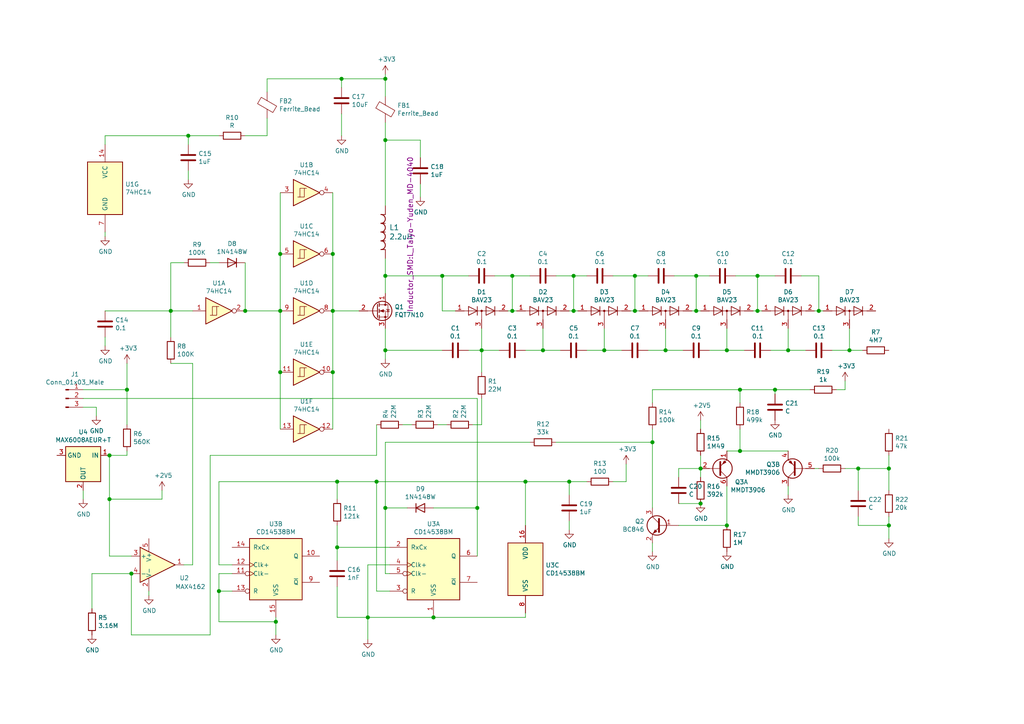
<source format=kicad_sch>
(kicad_sch (version 20201015) (generator eeschema)

  (paper "A4")

  (title_block
    (title "OpenRover")
    (date "2021-01-10")
    (rev "1")
    (company "SafeCast")
  )

  (lib_symbols
    (symbol "2021-01-06_02-33-04:NRS6020T2R2NMGJ" (pin_numbers hide) (pin_names (offset 1.651) hide) (in_bom yes) (on_board yes)
      (property "Reference" "L" (id 0) (at 6.985 5.08 0)
        (effects (font (size 1.524 1.524)))
      )
      (property "Value" "NRS6020T2R2NMGJ" (id 1) (at 6.985 -5.715 0)
        (effects (font (size 1.524 1.524)))
      )
      (property "Footprint" "IND_TAIYO_NRS6020_TAY" (id 2) (at 6.985 -7.239 0)
        (effects (font (size 1.524 1.524)) hide)
      )
      (property "Datasheet" "" (id 3) (at 0 0 0)
        (effects (font (size 1.524 1.524)))
      )
      (property "ki_locked" "" (id 4) (at 0 0 0)
        (effects (font (size 1.27 1.27)))
      )
      (property "ki_fp_filters" "IND_TAIYO_NRS6020_TAY" (id 5) (at 0 0 0)
        (effects (font (size 1.27 1.27)) hide)
      )
      (symbol "NRS6020T2R2NMGJ_1_1"
        (arc (start 5.08 1.27) (end 7.62 1.27) (radius (at 6.35 1.27) (length 1.27) (angles 0 180))
          (stroke (width 0.254)) (fill (type none))
        )
        (arc (start 2.54 1.27) (end 5.08 1.27) (radius (at 3.81 1.27) (length 1.27) (angles 0 180))
          (stroke (width 0.254)) (fill (type none))
        )
        (arc (start 7.62 1.27) (end 10.16 1.27) (radius (at 8.89 1.27) (length 1.27) (angles 0 180))
          (stroke (width 0.254)) (fill (type none))
        )
        (arc (start 10.16 1.27) (end 12.7 1.27) (radius (at 11.43 1.27) (length 1.27) (angles 0 180))
          (stroke (width 0.254)) (fill (type none))
        )
        (polyline
          (pts
            (xy 5.08 0)
            (xy 5.08 1.27)
          )
          (stroke (width 0.2032)) (fill (type none))
        )
        (polyline
          (pts
            (xy 7.62 0)
            (xy 7.62 1.27)
          )
          (stroke (width 0.2032)) (fill (type none))
        )
        (polyline
          (pts
            (xy 12.7 0)
            (xy 12.7 1.27)
          )
          (stroke (width 0.2032)) (fill (type none))
        )
        (polyline
          (pts
            (xy 2.54 0)
            (xy 2.54 1.27)
          )
          (stroke (width 0.2032)) (fill (type none))
        )
        (polyline
          (pts
            (xy 10.16 0)
            (xy 10.16 1.27)
          )
          (stroke (width 0.2032)) (fill (type none))
        )
        (pin unspecified line (at 0 0 0) (length 2.54)
          (name "2" (effects (font (size 1.4986 1.4986))))
          (number "2" (effects (font (size 1.4986 1.4986))))
        )
        (pin unspecified line (at 15.24 0 180) (length 2.54)
          (name "1" (effects (font (size 1.4986 1.4986))))
          (number "1" (effects (font (size 1.4986 1.4986))))
        )
      )
    )
    (symbol "4xxx:4538" (pin_names (offset 1.016)) (in_bom yes) (on_board yes)
      (property "Reference" "U" (id 0) (at -7.62 8.89 0)
        (effects (font (size 1.27 1.27)))
      )
      (property "Value" "4538" (id 1) (at -7.62 -11.43 0)
        (effects (font (size 1.27 1.27)))
      )
      (property "Footprint" "" (id 2) (at 0 0 0)
        (effects (font (size 1.27 1.27)) hide)
      )
      (property "Datasheet" "https://assets.nexperia.com/documents/data-sheet/HEF4538B.pdf" (id 3) (at 0 0 0)
        (effects (font (size 1.27 1.27)) hide)
      )
      (property "ki_locked" "" (id 4) (at 0 0 0)
        (effects (font (size 1.27 1.27)))
      )
      (property "ki_keywords" "CMOS" (id 5) (at 0 0 0)
        (effects (font (size 1.27 1.27)) hide)
      )
      (property "ki_description" "Monostable" (id 6) (at 0 0 0)
        (effects (font (size 1.27 1.27)) hide)
      )
      (property "ki_fp_filters" "DIP?16*" (id 7) (at 0 0 0)
        (effects (font (size 1.27 1.27)) hide)
      )
      (symbol "4538_1_0"
        (pin power_in line (at 0 -15.24 90) (length 5.08)
          (name "VSS" (effects (font (size 1.27 1.27))))
          (number "1" (effects (font (size 1.27 1.27))))
        )
        (pin input line (at -12.7 5.08 0) (length 5.08)
          (name "RxCx" (effects (font (size 1.27 1.27))))
          (number "2" (effects (font (size 1.27 1.27))))
        )
        (pin input inverted (at -12.7 -7.62 0) (length 5.08)
          (name "R" (effects (font (size 1.27 1.27))))
          (number "3" (effects (font (size 1.27 1.27))))
        )
        (pin input clock (at -12.7 0 0) (length 5.08)
          (name "Clk+" (effects (font (size 1.27 1.27))))
          (number "4" (effects (font (size 1.27 1.27))))
        )
        (pin input inverted_clock (at -12.7 -2.54 0) (length 5.08)
          (name "Clk-" (effects (font (size 1.27 1.27))))
          (number "5" (effects (font (size 1.27 1.27))))
        )
        (pin output line (at 12.7 2.54 180) (length 5.08)
          (name "Q" (effects (font (size 1.27 1.27))))
          (number "6" (effects (font (size 1.27 1.27))))
        )
        (pin output line (at 12.7 -5.08 180) (length 5.08)
          (name "~Q" (effects (font (size 1.27 1.27))))
          (number "7" (effects (font (size 1.27 1.27))))
        )
      )
      (symbol "4538_1_1"
        (rectangle (start -7.62 7.62) (end 7.62 -10.16)
          (stroke (width 0.254)) (fill (type background))
        )
      )
      (symbol "4538_2_0"
        (pin output line (at 12.7 2.54 180) (length 5.08)
          (name "Q" (effects (font (size 1.27 1.27))))
          (number "10" (effects (font (size 1.27 1.27))))
        )
        (pin input inverted_clock (at -12.7 -2.54 0) (length 5.08)
          (name "Clk-" (effects (font (size 1.27 1.27))))
          (number "11" (effects (font (size 1.27 1.27))))
        )
        (pin input clock (at -12.7 0 0) (length 5.08)
          (name "Clk+" (effects (font (size 1.27 1.27))))
          (number "12" (effects (font (size 1.27 1.27))))
        )
        (pin input inverted (at -12.7 -7.62 0) (length 5.08)
          (name "R" (effects (font (size 1.27 1.27))))
          (number "13" (effects (font (size 1.27 1.27))))
        )
        (pin input line (at -12.7 5.08 0) (length 5.08)
          (name "RxCx" (effects (font (size 1.27 1.27))))
          (number "14" (effects (font (size 1.27 1.27))))
        )
        (pin power_in line (at 0 -15.24 90) (length 5.08)
          (name "VSS" (effects (font (size 1.27 1.27))))
          (number "15" (effects (font (size 1.27 1.27))))
        )
        (pin output line (at 12.7 -5.08 180) (length 5.08)
          (name "~Q" (effects (font (size 1.27 1.27))))
          (number "9" (effects (font (size 1.27 1.27))))
        )
      )
      (symbol "4538_2_1"
        (rectangle (start -7.62 7.62) (end 7.62 -10.16)
          (stroke (width 0.254)) (fill (type background))
        )
      )
      (symbol "4538_3_0"
        (pin power_in line (at 0 12.7 270) (length 5.08)
          (name "VDD" (effects (font (size 1.27 1.27))))
          (number "16" (effects (font (size 1.27 1.27))))
        )
        (pin power_in line (at 0 -12.7 90) (length 5.08)
          (name "VSS" (effects (font (size 1.27 1.27))))
          (number "8" (effects (font (size 1.27 1.27))))
        )
      )
      (symbol "4538_3_1"
        (rectangle (start -5.08 7.62) (end 5.08 -7.62)
          (stroke (width 0.254)) (fill (type background))
        )
      )
    )
    (symbol "74xx:74HC14" (pin_names (offset 1.016)) (in_bom yes) (on_board yes)
      (property "Reference" "U" (id 0) (at 0 1.27 0)
        (effects (font (size 1.27 1.27)))
      )
      (property "Value" "74HC14" (id 1) (at 0 -1.27 0)
        (effects (font (size 1.27 1.27)))
      )
      (property "Footprint" "" (id 2) (at 0 0 0)
        (effects (font (size 1.27 1.27)) hide)
      )
      (property "Datasheet" "http://www.ti.com/lit/gpn/sn74HC14" (id 3) (at 0 0 0)
        (effects (font (size 1.27 1.27)) hide)
      )
      (property "ki_locked" "" (id 4) (at 0 0 0)
        (effects (font (size 1.27 1.27)))
      )
      (property "ki_keywords" "HCMOS not inverter" (id 5) (at 0 0 0)
        (effects (font (size 1.27 1.27)) hide)
      )
      (property "ki_description" "Hex inverter schmitt trigger" (id 6) (at 0 0 0)
        (effects (font (size 1.27 1.27)) hide)
      )
      (property "ki_fp_filters" "DIP*W7.62mm*" (id 7) (at 0 0 0)
        (effects (font (size 1.27 1.27)) hide)
      )
      (symbol "74HC14_1_0"
        (polyline
          (pts
            (xy -3.81 3.81)
            (xy -3.81 -3.81)
            (xy 3.81 0)
            (xy -3.81 3.81)
          )
          (stroke (width 0.254)) (fill (type background))
        )
        (pin input line (at -7.62 0 0) (length 3.81)
          (name "~" (effects (font (size 1.27 1.27))))
          (number "1" (effects (font (size 1.27 1.27))))
        )
        (pin output inverted (at 7.62 0 180) (length 3.81)
          (name "~" (effects (font (size 1.27 1.27))))
          (number "2" (effects (font (size 1.27 1.27))))
        )
      )
      (symbol "74HC14_1_1"
        (polyline
          (pts
            (xy -1.905 -1.27)
            (xy -1.905 1.27)
            (xy -0.635 1.27)
          )
          (stroke (width 0)) (fill (type none))
        )
        (polyline
          (pts
            (xy -2.54 -1.27)
            (xy -0.635 -1.27)
            (xy -0.635 1.27)
            (xy 0 1.27)
          )
          (stroke (width 0)) (fill (type none))
        )
      )
      (symbol "74HC14_2_0"
        (polyline
          (pts
            (xy -3.81 3.81)
            (xy -3.81 -3.81)
            (xy 3.81 0)
            (xy -3.81 3.81)
          )
          (stroke (width 0.254)) (fill (type background))
        )
        (pin input line (at -7.62 0 0) (length 3.81)
          (name "~" (effects (font (size 1.27 1.27))))
          (number "3" (effects (font (size 1.27 1.27))))
        )
        (pin output inverted (at 7.62 0 180) (length 3.81)
          (name "~" (effects (font (size 1.27 1.27))))
          (number "4" (effects (font (size 1.27 1.27))))
        )
      )
      (symbol "74HC14_2_1"
        (polyline
          (pts
            (xy -1.905 -1.27)
            (xy -1.905 1.27)
            (xy -0.635 1.27)
          )
          (stroke (width 0)) (fill (type none))
        )
        (polyline
          (pts
            (xy -2.54 -1.27)
            (xy -0.635 -1.27)
            (xy -0.635 1.27)
            (xy 0 1.27)
          )
          (stroke (width 0)) (fill (type none))
        )
      )
      (symbol "74HC14_3_0"
        (polyline
          (pts
            (xy -3.81 3.81)
            (xy -3.81 -3.81)
            (xy 3.81 0)
            (xy -3.81 3.81)
          )
          (stroke (width 0.254)) (fill (type background))
        )
        (pin input line (at -7.62 0 0) (length 3.81)
          (name "~" (effects (font (size 1.27 1.27))))
          (number "5" (effects (font (size 1.27 1.27))))
        )
        (pin output inverted (at 7.62 0 180) (length 3.81)
          (name "~" (effects (font (size 1.27 1.27))))
          (number "6" (effects (font (size 1.27 1.27))))
        )
      )
      (symbol "74HC14_3_1"
        (polyline
          (pts
            (xy -1.905 -1.27)
            (xy -1.905 1.27)
            (xy -0.635 1.27)
          )
          (stroke (width 0)) (fill (type none))
        )
        (polyline
          (pts
            (xy -2.54 -1.27)
            (xy -0.635 -1.27)
            (xy -0.635 1.27)
            (xy 0 1.27)
          )
          (stroke (width 0)) (fill (type none))
        )
      )
      (symbol "74HC14_4_0"
        (polyline
          (pts
            (xy -3.81 3.81)
            (xy -3.81 -3.81)
            (xy 3.81 0)
            (xy -3.81 3.81)
          )
          (stroke (width 0.254)) (fill (type background))
        )
        (pin output inverted (at 7.62 0 180) (length 3.81)
          (name "~" (effects (font (size 1.27 1.27))))
          (number "8" (effects (font (size 1.27 1.27))))
        )
        (pin input line (at -7.62 0 0) (length 3.81)
          (name "~" (effects (font (size 1.27 1.27))))
          (number "9" (effects (font (size 1.27 1.27))))
        )
      )
      (symbol "74HC14_4_1"
        (polyline
          (pts
            (xy -1.905 -1.27)
            (xy -1.905 1.27)
            (xy -0.635 1.27)
          )
          (stroke (width 0)) (fill (type none))
        )
        (polyline
          (pts
            (xy -2.54 -1.27)
            (xy -0.635 -1.27)
            (xy -0.635 1.27)
            (xy 0 1.27)
          )
          (stroke (width 0)) (fill (type none))
        )
      )
      (symbol "74HC14_5_0"
        (polyline
          (pts
            (xy -3.81 3.81)
            (xy -3.81 -3.81)
            (xy 3.81 0)
            (xy -3.81 3.81)
          )
          (stroke (width 0.254)) (fill (type background))
        )
        (pin output inverted (at 7.62 0 180) (length 3.81)
          (name "~" (effects (font (size 1.27 1.27))))
          (number "10" (effects (font (size 1.27 1.27))))
        )
        (pin input line (at -7.62 0 0) (length 3.81)
          (name "~" (effects (font (size 1.27 1.27))))
          (number "11" (effects (font (size 1.27 1.27))))
        )
      )
      (symbol "74HC14_5_1"
        (polyline
          (pts
            (xy -1.905 -1.27)
            (xy -1.905 1.27)
            (xy -0.635 1.27)
          )
          (stroke (width 0)) (fill (type none))
        )
        (polyline
          (pts
            (xy -2.54 -1.27)
            (xy -0.635 -1.27)
            (xy -0.635 1.27)
            (xy 0 1.27)
          )
          (stroke (width 0)) (fill (type none))
        )
      )
      (symbol "74HC14_6_0"
        (polyline
          (pts
            (xy -3.81 3.81)
            (xy -3.81 -3.81)
            (xy 3.81 0)
            (xy -3.81 3.81)
          )
          (stroke (width 0.254)) (fill (type background))
        )
        (pin output inverted (at 7.62 0 180) (length 3.81)
          (name "~" (effects (font (size 1.27 1.27))))
          (number "12" (effects (font (size 1.27 1.27))))
        )
        (pin input line (at -7.62 0 0) (length 3.81)
          (name "~" (effects (font (size 1.27 1.27))))
          (number "13" (effects (font (size 1.27 1.27))))
        )
      )
      (symbol "74HC14_6_1"
        (polyline
          (pts
            (xy -1.905 -1.27)
            (xy -1.905 1.27)
            (xy -0.635 1.27)
          )
          (stroke (width 0)) (fill (type none))
        )
        (polyline
          (pts
            (xy -2.54 -1.27)
            (xy -0.635 -1.27)
            (xy -0.635 1.27)
            (xy 0 1.27)
          )
          (stroke (width 0)) (fill (type none))
        )
      )
      (symbol "74HC14_7_0"
        (pin power_in line (at 0 12.7 270) (length 5.08)
          (name "VCC" (effects (font (size 1.27 1.27))))
          (number "14" (effects (font (size 1.27 1.27))))
        )
        (pin power_in line (at 0 -12.7 90) (length 5.08)
          (name "GND" (effects (font (size 1.27 1.27))))
          (number "7" (effects (font (size 1.27 1.27))))
        )
      )
      (symbol "74HC14_7_1"
        (rectangle (start -5.08 7.62) (end 5.08 -7.62)
          (stroke (width 0.254)) (fill (type background))
        )
      )
    )
    (symbol "Amplifier_Operational:TLV2371DBV" (pin_names (offset 0.127)) (in_bom yes) (on_board yes)
      (property "Reference" "U" (id 0) (at -1.27 6.35 0)
        (effects (font (size 1.27 1.27)) (justify left))
      )
      (property "Value" "TLV2371DBV" (id 1) (at -1.27 3.81 0)
        (effects (font (size 1.27 1.27)) (justify left))
      )
      (property "Footprint" "Package_TO_SOT_SMD:SOT-23-5" (id 2) (at -2.54 -5.08 0)
        (effects (font (size 1.27 1.27)) (justify left) hide)
      )
      (property "Datasheet" "http://www.ti.com/lit/ds/symlink/tlv2375.pdf" (id 3) (at 0 5.08 0)
        (effects (font (size 1.27 1.27)) hide)
      )
      (property "ki_keywords" "single opamp" (id 4) (at 0 0 0)
        (effects (font (size 1.27 1.27)) hide)
      )
      (property "ki_description" "Rail-to-Rail Input/Output Operational Amplifier, SOT-23-5" (id 5) (at 0 0 0)
        (effects (font (size 1.27 1.27)) hide)
      )
      (property "ki_fp_filters" "SOT?23*" (id 6) (at 0 0 0)
        (effects (font (size 1.27 1.27)) hide)
      )
      (symbol "TLV2371DBV_0_1"
        (polyline
          (pts
            (xy -5.08 5.08)
            (xy 5.08 0)
            (xy -5.08 -5.08)
            (xy -5.08 5.08)
          )
          (stroke (width 0.254)) (fill (type background))
        )
        (pin power_in line (at -2.54 -7.62 90) (length 3.81)
          (name "V-" (effects (font (size 1.27 1.27))))
          (number "2" (effects (font (size 1.27 1.27))))
        )
        (pin power_in line (at -2.54 7.62 270) (length 3.81)
          (name "V+" (effects (font (size 1.27 1.27))))
          (number "5" (effects (font (size 1.27 1.27))))
        )
      )
      (symbol "TLV2371DBV_1_1"
        (pin output line (at 7.62 0 180) (length 2.54)
          (name "~" (effects (font (size 1.27 1.27))))
          (number "1" (effects (font (size 1.27 1.27))))
        )
        (pin input line (at -7.62 2.54 0) (length 2.54)
          (name "+" (effects (font (size 1.27 1.27))))
          (number "3" (effects (font (size 1.27 1.27))))
        )
        (pin input line (at -7.62 -2.54 0) (length 2.54)
          (name "-" (effects (font (size 1.27 1.27))))
          (number "4" (effects (font (size 1.27 1.27))))
        )
      )
    )
    (symbol "Connector:Conn_01x03_Male" (pin_names (offset 1.016) hide) (in_bom yes) (on_board yes)
      (property "Reference" "J" (id 0) (at 0 5.08 0)
        (effects (font (size 1.27 1.27)))
      )
      (property "Value" "Conn_01x03_Male" (id 1) (at 0 -5.08 0)
        (effects (font (size 1.27 1.27)))
      )
      (property "Footprint" "" (id 2) (at 0 0 0)
        (effects (font (size 1.27 1.27)) hide)
      )
      (property "Datasheet" "~" (id 3) (at 0 0 0)
        (effects (font (size 1.27 1.27)) hide)
      )
      (property "ki_keywords" "connector" (id 4) (at 0 0 0)
        (effects (font (size 1.27 1.27)) hide)
      )
      (property "ki_description" "Generic connector, single row, 01x03, script generated (kicad-library-utils/schlib/autogen/connector/)" (id 5) (at 0 0 0)
        (effects (font (size 1.27 1.27)) hide)
      )
      (property "ki_fp_filters" "Connector*:*_1x??_*" (id 6) (at 0 0 0)
        (effects (font (size 1.27 1.27)) hide)
      )
      (symbol "Conn_01x03_Male_1_1"
        (rectangle (start 0.8636 -2.413) (end 0 -2.667)
          (stroke (width 0.1524)) (fill (type outline))
        )
        (rectangle (start 0.8636 0.127) (end 0 -0.127)
          (stroke (width 0.1524)) (fill (type outline))
        )
        (rectangle (start 0.8636 2.667) (end 0 2.413)
          (stroke (width 0.1524)) (fill (type outline))
        )
        (polyline
          (pts
            (xy 1.27 -2.54)
            (xy 0.8636 -2.54)
          )
          (stroke (width 0.1524)) (fill (type none))
        )
        (polyline
          (pts
            (xy 1.27 0)
            (xy 0.8636 0)
          )
          (stroke (width 0.1524)) (fill (type none))
        )
        (polyline
          (pts
            (xy 1.27 2.54)
            (xy 0.8636 2.54)
          )
          (stroke (width 0.1524)) (fill (type none))
        )
        (pin passive line (at 5.08 2.54 180) (length 3.81)
          (name "Pin_1" (effects (font (size 1.27 1.27))))
          (number "1" (effects (font (size 1.27 1.27))))
        )
        (pin passive line (at 5.08 0 180) (length 3.81)
          (name "Pin_2" (effects (font (size 1.27 1.27))))
          (number "2" (effects (font (size 1.27 1.27))))
        )
        (pin passive line (at 5.08 -2.54 180) (length 3.81)
          (name "Pin_3" (effects (font (size 1.27 1.27))))
          (number "3" (effects (font (size 1.27 1.27))))
        )
      )
    )
    (symbol "Device:C" (pin_numbers hide) (pin_names (offset 0.254)) (in_bom yes) (on_board yes)
      (property "Reference" "C" (id 0) (at 0.635 2.54 0)
        (effects (font (size 1.27 1.27)) (justify left))
      )
      (property "Value" "C" (id 1) (at 0.635 -2.54 0)
        (effects (font (size 1.27 1.27)) (justify left))
      )
      (property "Footprint" "" (id 2) (at 0.9652 -3.81 0)
        (effects (font (size 1.27 1.27)) hide)
      )
      (property "Datasheet" "~" (id 3) (at 0 0 0)
        (effects (font (size 1.27 1.27)) hide)
      )
      (property "ki_keywords" "cap capacitor" (id 4) (at 0 0 0)
        (effects (font (size 1.27 1.27)) hide)
      )
      (property "ki_description" "Unpolarized capacitor" (id 5) (at 0 0 0)
        (effects (font (size 1.27 1.27)) hide)
      )
      (property "ki_fp_filters" "C_*" (id 6) (at 0 0 0)
        (effects (font (size 1.27 1.27)) hide)
      )
      (symbol "C_0_1"
        (polyline
          (pts
            (xy -2.032 -0.762)
            (xy 2.032 -0.762)
          )
          (stroke (width 0.508)) (fill (type none))
        )
        (polyline
          (pts
            (xy -2.032 0.762)
            (xy 2.032 0.762)
          )
          (stroke (width 0.508)) (fill (type none))
        )
      )
      (symbol "C_1_1"
        (pin passive line (at 0 3.81 270) (length 2.794)
          (name "~" (effects (font (size 1.27 1.27))))
          (number "1" (effects (font (size 1.27 1.27))))
        )
        (pin passive line (at 0 -3.81 90) (length 2.794)
          (name "~" (effects (font (size 1.27 1.27))))
          (number "2" (effects (font (size 1.27 1.27))))
        )
      )
    )
    (symbol "Device:Ferrite_Bead" (pin_numbers hide) (pin_names (offset 0)) (in_bom yes) (on_board yes)
      (property "Reference" "FB" (id 0) (at -3.81 0.635 90)
        (effects (font (size 1.27 1.27)))
      )
      (property "Value" "Ferrite_Bead" (id 1) (at 3.81 0 90)
        (effects (font (size 1.27 1.27)))
      )
      (property "Footprint" "" (id 2) (at -1.778 0 90)
        (effects (font (size 1.27 1.27)) hide)
      )
      (property "Datasheet" "~" (id 3) (at 0 0 0)
        (effects (font (size 1.27 1.27)) hide)
      )
      (property "ki_keywords" "L ferrite bead inductor filter" (id 4) (at 0 0 0)
        (effects (font (size 1.27 1.27)) hide)
      )
      (property "ki_description" "Ferrite bead" (id 5) (at 0 0 0)
        (effects (font (size 1.27 1.27)) hide)
      )
      (property "ki_fp_filters" "Inductor_* L_* *Ferrite*" (id 6) (at 0 0 0)
        (effects (font (size 1.27 1.27)) hide)
      )
      (symbol "Ferrite_Bead_0_1"
        (polyline
          (pts
            (xy 0 -1.27)
            (xy 0 -1.2192)
          )
          (stroke (width 0)) (fill (type none))
        )
        (polyline
          (pts
            (xy 0 1.27)
            (xy 0 1.2954)
          )
          (stroke (width 0)) (fill (type none))
        )
        (polyline
          (pts
            (xy -2.7686 0.4064)
            (xy -1.7018 2.2606)
            (xy 2.7686 -0.3048)
            (xy 1.6764 -2.159)
            (xy -2.7686 0.4064)
          )
          (stroke (width 0)) (fill (type none))
        )
      )
      (symbol "Ferrite_Bead_1_1"
        (pin passive line (at 0 3.81 270) (length 2.54)
          (name "~" (effects (font (size 1.27 1.27))))
          (number "1" (effects (font (size 1.27 1.27))))
        )
        (pin passive line (at 0 -3.81 90) (length 2.54)
          (name "~" (effects (font (size 1.27 1.27))))
          (number "2" (effects (font (size 1.27 1.27))))
        )
      )
    )
    (symbol "Device:R" (pin_numbers hide) (pin_names (offset 0)) (in_bom yes) (on_board yes)
      (property "Reference" "R" (id 0) (at 2.032 0 90)
        (effects (font (size 1.27 1.27)))
      )
      (property "Value" "R" (id 1) (at 0 0 90)
        (effects (font (size 1.27 1.27)))
      )
      (property "Footprint" "" (id 2) (at -1.778 0 90)
        (effects (font (size 1.27 1.27)) hide)
      )
      (property "Datasheet" "~" (id 3) (at 0 0 0)
        (effects (font (size 1.27 1.27)) hide)
      )
      (property "ki_keywords" "R res resistor" (id 4) (at 0 0 0)
        (effects (font (size 1.27 1.27)) hide)
      )
      (property "ki_description" "Resistor" (id 5) (at 0 0 0)
        (effects (font (size 1.27 1.27)) hide)
      )
      (property "ki_fp_filters" "R_*" (id 6) (at 0 0 0)
        (effects (font (size 1.27 1.27)) hide)
      )
      (symbol "R_0_1"
        (rectangle (start -1.016 -2.54) (end 1.016 2.54)
          (stroke (width 0.254)) (fill (type none))
        )
      )
      (symbol "R_1_1"
        (pin passive line (at 0 3.81 270) (length 1.27)
          (name "~" (effects (font (size 1.27 1.27))))
          (number "1" (effects (font (size 1.27 1.27))))
        )
        (pin passive line (at 0 -3.81 90) (length 1.27)
          (name "~" (effects (font (size 1.27 1.27))))
          (number "2" (effects (font (size 1.27 1.27))))
        )
      )
    )
    (symbol "Diode:1N4148W" (pin_numbers hide) (pin_names (offset 1.016) hide) (in_bom yes) (on_board yes)
      (property "Reference" "D" (id 0) (at 0 2.54 0)
        (effects (font (size 1.27 1.27)))
      )
      (property "Value" "1N4148W" (id 1) (at 0 -2.54 0)
        (effects (font (size 1.27 1.27)))
      )
      (property "Footprint" "Diode_SMD:D_SOD-123" (id 2) (at 0 -4.445 0)
        (effects (font (size 1.27 1.27)) hide)
      )
      (property "Datasheet" "https://www.vishay.com/docs/85748/1n4148w.pdf" (id 3) (at 0 0 0)
        (effects (font (size 1.27 1.27)) hide)
      )
      (property "ki_keywords" "diode" (id 4) (at 0 0 0)
        (effects (font (size 1.27 1.27)) hide)
      )
      (property "ki_description" "75V 0.15A Fast Switching Diode, SOD-123" (id 5) (at 0 0 0)
        (effects (font (size 1.27 1.27)) hide)
      )
      (property "ki_fp_filters" "D*SOD?123*" (id 6) (at 0 0 0)
        (effects (font (size 1.27 1.27)) hide)
      )
      (symbol "1N4148W_0_1"
        (polyline
          (pts
            (xy -1.27 1.27)
            (xy -1.27 -1.27)
          )
          (stroke (width 0.254)) (fill (type none))
        )
        (polyline
          (pts
            (xy 1.27 0)
            (xy -1.27 0)
          )
          (stroke (width 0)) (fill (type none))
        )
        (polyline
          (pts
            (xy 1.27 1.27)
            (xy 1.27 -1.27)
            (xy -1.27 0)
            (xy 1.27 1.27)
          )
          (stroke (width 0.254)) (fill (type none))
        )
      )
      (symbol "1N4148W_1_1"
        (pin passive line (at -3.81 0 0) (length 2.54)
          (name "K" (effects (font (size 1.27 1.27))))
          (number "1" (effects (font (size 1.27 1.27))))
        )
        (pin passive line (at 3.81 0 180) (length 2.54)
          (name "A" (effects (font (size 1.27 1.27))))
          (number "2" (effects (font (size 1.27 1.27))))
        )
      )
    )
    (symbol "Diode:BAV99" (pin_names hide) (in_bom yes) (on_board yes)
      (property "Reference" "D" (id 0) (at 0 5.08 0)
        (effects (font (size 1.27 1.27)))
      )
      (property "Value" "BAV99" (id 1) (at 0 2.54 0)
        (effects (font (size 1.27 1.27)))
      )
      (property "Footprint" "Package_TO_SOT_SMD:SOT-23" (id 2) (at 0 -12.7 0)
        (effects (font (size 1.27 1.27)) hide)
      )
      (property "Datasheet" "https://assets.nexperia.com/documents/data-sheet/BAV99_SER.pdf" (id 3) (at 0 0 0)
        (effects (font (size 1.27 1.27)) hide)
      )
      (property "ki_keywords" "diode" (id 4) (at 0 0 0)
        (effects (font (size 1.27 1.27)) hide)
      )
      (property "ki_description" "BAV99 High-speed switching diodes, SOT-23" (id 5) (at 0 0 0)
        (effects (font (size 1.27 1.27)) hide)
      )
      (property "ki_fp_filters" "SOT?23*" (id 6) (at 0 0 0)
        (effects (font (size 1.27 1.27)) hide)
      )
      (symbol "BAV99_0_1"
        (polyline
          (pts
            (xy -5.08 0)
            (xy 5.08 0)
          )
          (stroke (width 0)) (fill (type none))
        )
      )
      (symbol "BAV99_1_1"
        (circle (center 0 0) (radius 0.254) (stroke (width 0)) (fill (type outline)))
        (polyline
          (pts
            (xy 0 0)
            (xy 0 -2.54)
          )
          (stroke (width 0)) (fill (type none))
        )
        (polyline
          (pts
            (xy -1.27 -1.27)
            (xy -1.27 1.27)
            (xy -1.27 1.27)
          )
          (stroke (width 0.2032)) (fill (type none))
        )
        (polyline
          (pts
            (xy 3.81 1.27)
            (xy 3.81 -1.27)
            (xy 3.81 -1.27)
          )
          (stroke (width 0.2032)) (fill (type none))
        )
        (polyline
          (pts
            (xy -3.81 1.27)
            (xy -1.27 0)
            (xy -3.81 -1.27)
            (xy -3.81 1.27)
            (xy -3.81 1.27)
            (xy -3.81 1.27)
          )
          (stroke (width 0.2032)) (fill (type none))
        )
        (polyline
          (pts
            (xy 1.27 1.27)
            (xy 3.81 0)
            (xy 1.27 -1.27)
            (xy 1.27 1.27)
            (xy 1.27 1.27)
            (xy 1.27 1.27)
          )
          (stroke (width 0.2032)) (fill (type none))
        )
        (pin passive line (at -7.62 0 0) (length 2.54)
          (name "K" (effects (font (size 1.27 1.27))))
          (number "1" (effects (font (size 1.27 1.27))))
        )
        (pin passive line (at 7.62 0 180) (length 2.54)
          (name "A" (effects (font (size 1.27 1.27))))
          (number "2" (effects (font (size 1.27 1.27))))
        )
        (pin passive line (at 0 -5.08 90) (length 2.54)
          (name "K" (effects (font (size 1.27 1.27))))
          (number "3" (effects (font (size 1.27 1.27))))
        )
      )
    )
    (symbol "Reference_Voltage:MAX6035xxUR30" (in_bom yes) (on_board yes)
      (property "Reference" "U" (id 0) (at 0 6.35 0)
        (effects (font (size 1.27 1.27)))
      )
      (property "Value" "MAX6035xxUR30" (id 1) (at 2.54 -6.35 0)
        (effects (font (size 1.27 1.27)))
      )
      (property "Footprint" "Package_TO_SOT_SMD:SOT-23" (id 2) (at 2.54 -7.62 0)
        (effects (font (size 1.27 1.27) italic) hide)
      )
      (property "Datasheet" "https://datasheets.maximintegrated.com/en/ds/MAX6035.pdf" (id 3) (at 2.54 -8.89 0)
        (effects (font (size 1.27 1.27) italic) hide)
      )
      (property "ki_keywords" "vref" (id 4) (at 0 0 0)
        (effects (font (size 1.27 1.27)) hide)
      )
      (property "ki_description" "3V, High-Supply-Voltage, Precision Voltage Reference, SOT-23" (id 5) (at 0 0 0)
        (effects (font (size 1.27 1.27)) hide)
      )
      (property "ki_fp_filters" "SOT?23*" (id 6) (at 0 0 0)
        (effects (font (size 1.27 1.27)) hide)
      )
      (symbol "MAX6035xxUR30_0_1"
        (rectangle (start -5.08 5.08) (end 5.08 -5.08)
          (stroke (width 0.254)) (fill (type background))
        )
      )
      (symbol "MAX6035xxUR30_1_1"
        (pin power_in line (at -2.54 7.62 270) (length 2.54)
          (name "IN" (effects (font (size 1.27 1.27))))
          (number "1" (effects (font (size 1.27 1.27))))
        )
        (pin power_out line (at 7.62 0 180) (length 2.54)
          (name "OUT" (effects (font (size 1.27 1.27))))
          (number "2" (effects (font (size 1.27 1.27))))
        )
        (pin power_in line (at -2.54 -7.62 90) (length 2.54)
          (name "GND" (effects (font (size 1.27 1.27))))
          (number "3" (effects (font (size 1.27 1.27))))
        )
      )
    )
    (symbol "Transistor_BJT:BC846" (pin_names (offset 0) hide) (in_bom yes) (on_board yes)
      (property "Reference" "Q" (id 0) (at 5.08 1.905 0)
        (effects (font (size 1.27 1.27)) (justify left))
      )
      (property "Value" "BC846" (id 1) (at 5.08 0 0)
        (effects (font (size 1.27 1.27)) (justify left))
      )
      (property "Footprint" "Package_TO_SOT_SMD:SOT-23" (id 2) (at 5.08 -1.905 0)
        (effects (font (size 1.27 1.27) italic) (justify left) hide)
      )
      (property "Datasheet" "https://assets.nexperia.com/documents/data-sheet/BC846_SER.pdf" (id 3) (at 0 0 0)
        (effects (font (size 1.27 1.27)) (justify left) hide)
      )
      (property "ki_keywords" "NPN Transistor" (id 4) (at 0 0 0)
        (effects (font (size 1.27 1.27)) hide)
      )
      (property "ki_description" "0.1A Ic, 65V Vce, NPN Transistor, SOT-23" (id 5) (at 0 0 0)
        (effects (font (size 1.27 1.27)) hide)
      )
      (property "ki_fp_filters" "SOT?23*" (id 6) (at 0 0 0)
        (effects (font (size 1.27 1.27)) hide)
      )
      (symbol "BC846_0_1"
        (circle (center 1.27 0) (radius 2.8194) (stroke (width 0.254)) (fill (type none)))
        (polyline
          (pts
            (xy 0.635 0.635)
            (xy 2.54 2.54)
          )
          (stroke (width 0)) (fill (type none))
        )
        (polyline
          (pts
            (xy 0.635 -0.635)
            (xy 2.54 -2.54)
            (xy 2.54 -2.54)
          )
          (stroke (width 0)) (fill (type none))
        )
        (polyline
          (pts
            (xy 0.635 1.905)
            (xy 0.635 -1.905)
            (xy 0.635 -1.905)
          )
          (stroke (width 0.508)) (fill (type none))
        )
        (polyline
          (pts
            (xy 1.27 -1.778)
            (xy 1.778 -1.27)
            (xy 2.286 -2.286)
            (xy 1.27 -1.778)
            (xy 1.27 -1.778)
          )
          (stroke (width 0)) (fill (type outline))
        )
      )
      (symbol "BC846_1_1"
        (pin input line (at -5.08 0 0) (length 5.715)
          (name "B" (effects (font (size 1.27 1.27))))
          (number "1" (effects (font (size 1.27 1.27))))
        )
        (pin passive line (at 2.54 -5.08 90) (length 2.54)
          (name "E" (effects (font (size 1.27 1.27))))
          (number "2" (effects (font (size 1.27 1.27))))
        )
        (pin passive line (at 2.54 5.08 270) (length 2.54)
          (name "C" (effects (font (size 1.27 1.27))))
          (number "3" (effects (font (size 1.27 1.27))))
        )
      )
    )
    (symbol "Transistor_BJT:MMDT3906" (pin_names (offset 0) hide) (in_bom yes) (on_board yes)
      (property "Reference" "Q" (id 0) (at 5.08 1.27 0)
        (effects (font (size 1.27 1.27)) (justify left))
      )
      (property "Value" "MMDT3906" (id 1) (at 5.08 -1.27 0)
        (effects (font (size 1.27 1.27)) (justify left))
      )
      (property "Footprint" "Package_TO_SOT_SMD:SOT-363_SC-70-6" (id 2) (at 5.08 2.54 0)
        (effects (font (size 1.27 1.27)) hide)
      )
      (property "Datasheet" "http://www.diodes.com/_files/datasheets/ds30124.pdf" (id 3) (at 0 0 0)
        (effects (font (size 1.27 1.27)) hide)
      )
      (property "ki_locked" "" (id 4) (at 0 0 0)
        (effects (font (size 1.27 1.27)))
      )
      (property "ki_keywords" "PNP/PNP Transistor" (id 5) (at 0 0 0)
        (effects (font (size 1.27 1.27)) hide)
      )
      (property "ki_description" "200mA IC, 40V Vce, Dual PNP/PNP Transistors, SOT-363" (id 6) (at 0 0 0)
        (effects (font (size 1.27 1.27)) hide)
      )
      (property "ki_fp_filters" "SOT?363*" (id 7) (at 0 0 0)
        (effects (font (size 1.27 1.27)) hide)
      )
      (symbol "MMDT3906_0_1"
        (circle (center 1.27 0) (radius 2.8194) (stroke (width 0.254)) (fill (type none)))
        (polyline
          (pts
            (xy 0.635 0)
            (xy -2.54 0)
          )
          (stroke (width 0)) (fill (type none))
        )
        (polyline
          (pts
            (xy 0.635 0.635)
            (xy 2.54 2.54)
          )
          (stroke (width 0)) (fill (type none))
        )
        (polyline
          (pts
            (xy 0.635 -0.635)
            (xy 2.54 -2.54)
            (xy 2.54 -2.54)
          )
          (stroke (width 0)) (fill (type none))
        )
        (polyline
          (pts
            (xy 0.635 1.905)
            (xy 0.635 -1.905)
            (xy 0.635 -1.905)
          )
          (stroke (width 0.508)) (fill (type none))
        )
        (polyline
          (pts
            (xy 2.286 -1.778)
            (xy 1.778 -2.286)
            (xy 1.27 -1.27)
            (xy 2.286 -1.778)
            (xy 2.286 -1.778)
          )
          (stroke (width 0)) (fill (type outline))
        )
      )
      (symbol "MMDT3906_1_1"
        (pin passive line (at 2.54 -5.08 90) (length 2.54)
          (name "E1" (effects (font (size 1.27 1.27))))
          (number "1" (effects (font (size 1.27 1.27))))
        )
        (pin input line (at -5.08 0 0) (length 2.54)
          (name "B1" (effects (font (size 1.27 1.27))))
          (number "2" (effects (font (size 1.27 1.27))))
        )
        (pin passive line (at 2.54 5.08 270) (length 2.54)
          (name "C1" (effects (font (size 1.27 1.27))))
          (number "6" (effects (font (size 1.27 1.27))))
        )
      )
      (symbol "MMDT3906_2_1"
        (pin passive line (at 2.54 5.08 270) (length 2.54)
          (name "C2" (effects (font (size 1.27 1.27))))
          (number "3" (effects (font (size 1.27 1.27))))
        )
        (pin passive line (at 2.54 -5.08 90) (length 2.54)
          (name "E2" (effects (font (size 1.27 1.27))))
          (number "4" (effects (font (size 1.27 1.27))))
        )
        (pin input line (at -5.08 0 0) (length 2.54)
          (name "B2" (effects (font (size 1.27 1.27))))
          (number "5" (effects (font (size 1.27 1.27))))
        )
      )
    )
    (symbol "Transistor_FET:IRF6655" (pin_names hide) (in_bom yes) (on_board yes)
      (property "Reference" "Q" (id 0) (at 5.08 1.905 0)
        (effects (font (size 1.27 1.27)) (justify left))
      )
      (property "Value" "IRF6655" (id 1) (at 5.08 0 0)
        (effects (font (size 1.27 1.27)) (justify left))
      )
      (property "Footprint" "Package_DirectFET:DirectFET_SH" (id 2) (at 0 0 0)
        (effects (font (size 1.27 1.27) italic) hide)
      )
      (property "Datasheet" "https://www.infineon.com/dgdl/irf6655pbf.pdf?fileId=5546d462533600a4015355ec76961a5b" (id 3) (at 0 0 0)
        (effects (font (size 1.27 1.27)) (justify left) hide)
      )
      (property "ki_keywords" "N-Channel MOSFET" (id 4) (at 0 0 0)
        (effects (font (size 1.27 1.27)) hide)
      )
      (property "ki_description" "4.2A Id, 100V Vds, 62mOhm Rds, N-Channel MOSFET, DirectFET SH" (id 5) (at 0 0 0)
        (effects (font (size 1.27 1.27)) hide)
      )
      (property "ki_fp_filters" "DirectFET*SH*" (id 6) (at 0 0 0)
        (effects (font (size 1.27 1.27)) hide)
      )
      (symbol "IRF6655_0_1"
        (circle (center 1.651 0) (radius 2.794) (stroke (width 0.254)) (fill (type none)))
        (circle (center 2.54 -1.778) (radius 0.254) (stroke (width 0)) (fill (type outline)))
        (circle (center 2.54 1.778) (radius 0.254) (stroke (width 0)) (fill (type outline)))
        (polyline
          (pts
            (xy 0.254 0)
            (xy -2.54 0)
          )
          (stroke (width 0)) (fill (type none))
        )
        (polyline
          (pts
            (xy 0.254 1.905)
            (xy 0.254 -1.905)
          )
          (stroke (width 0.254)) (fill (type none))
        )
        (polyline
          (pts
            (xy 0.762 -1.27)
            (xy 0.762 -2.286)
          )
          (stroke (width 0.254)) (fill (type none))
        )
        (polyline
          (pts
            (xy 0.762 0.508)
            (xy 0.762 -0.508)
          )
          (stroke (width 0.254)) (fill (type none))
        )
        (polyline
          (pts
            (xy 0.762 2.286)
            (xy 0.762 1.27)
          )
          (stroke (width 0.254)) (fill (type none))
        )
        (polyline
          (pts
            (xy 2.54 2.54)
            (xy 2.54 1.778)
          )
          (stroke (width 0)) (fill (type none))
        )
        (polyline
          (pts
            (xy 2.54 -2.54)
            (xy 2.54 0)
            (xy 0.762 0)
          )
          (stroke (width 0)) (fill (type none))
        )
        (polyline
          (pts
            (xy 0.762 -1.778)
            (xy 3.302 -1.778)
            (xy 3.302 1.778)
            (xy 0.762 1.778)
          )
          (stroke (width 0)) (fill (type none))
        )
        (polyline
          (pts
            (xy 1.016 0)
            (xy 2.032 0.381)
            (xy 2.032 -0.381)
            (xy 1.016 0)
          )
          (stroke (width 0)) (fill (type outline))
        )
        (polyline
          (pts
            (xy 2.794 0.508)
            (xy 2.921 0.381)
            (xy 3.683 0.381)
            (xy 3.81 0.254)
          )
          (stroke (width 0)) (fill (type none))
        )
        (polyline
          (pts
            (xy 3.302 0.381)
            (xy 2.921 -0.254)
            (xy 3.683 -0.254)
            (xy 3.302 0.381)
          )
          (stroke (width 0)) (fill (type none))
        )
      )
      (symbol "IRF6655_1_1"
        (pin passive line (at 2.54 5.08 270) (length 2.54)
          (name "D" (effects (font (size 1.27 1.27))))
          (number "1" (effects (font (size 1.27 1.27))))
        )
        (pin input line (at -5.08 0 0) (length 2.54)
          (name "G" (effects (font (size 1.27 1.27))))
          (number "2" (effects (font (size 1.27 1.27))))
        )
        (pin passive line (at 2.54 -5.08 90) (length 2.54)
          (name "S" (effects (font (size 1.27 1.27))))
          (number "3" (effects (font (size 1.27 1.27))))
        )
      )
    )
    (symbol "power:+2V5" (power) (pin_names (offset 0)) (in_bom yes) (on_board yes)
      (property "Reference" "#PWR" (id 0) (at 0 -3.81 0)
        (effects (font (size 1.27 1.27)) hide)
      )
      (property "Value" "+2V5" (id 1) (at 0 3.556 0)
        (effects (font (size 1.27 1.27)))
      )
      (property "Footprint" "" (id 2) (at 0 0 0)
        (effects (font (size 1.27 1.27)) hide)
      )
      (property "Datasheet" "" (id 3) (at 0 0 0)
        (effects (font (size 1.27 1.27)) hide)
      )
      (property "ki_keywords" "power-flag" (id 4) (at 0 0 0)
        (effects (font (size 1.27 1.27)) hide)
      )
      (property "ki_description" "Power symbol creates a global label with name \"+2V5\"" (id 5) (at 0 0 0)
        (effects (font (size 1.27 1.27)) hide)
      )
      (symbol "+2V5_0_1"
        (polyline
          (pts
            (xy -0.762 1.27)
            (xy 0 2.54)
          )
          (stroke (width 0)) (fill (type none))
        )
        (polyline
          (pts
            (xy 0 0)
            (xy 0 2.54)
          )
          (stroke (width 0)) (fill (type none))
        )
        (polyline
          (pts
            (xy 0 2.54)
            (xy 0.762 1.27)
          )
          (stroke (width 0)) (fill (type none))
        )
      )
      (symbol "+2V5_1_1"
        (pin power_in line (at 0 0 90) (length 0) hide
          (name "+2V5" (effects (font (size 1.27 1.27))))
          (number "1" (effects (font (size 1.27 1.27))))
        )
      )
    )
    (symbol "power:+3.3V" (power) (pin_names (offset 0)) (in_bom yes) (on_board yes)
      (property "Reference" "#PWR" (id 0) (at 0 -3.81 0)
        (effects (font (size 1.27 1.27)) hide)
      )
      (property "Value" "+3.3V" (id 1) (at 0 3.556 0)
        (effects (font (size 1.27 1.27)))
      )
      (property "Footprint" "" (id 2) (at 0 0 0)
        (effects (font (size 1.27 1.27)) hide)
      )
      (property "Datasheet" "" (id 3) (at 0 0 0)
        (effects (font (size 1.27 1.27)) hide)
      )
      (property "ki_keywords" "power-flag" (id 4) (at 0 0 0)
        (effects (font (size 1.27 1.27)) hide)
      )
      (property "ki_description" "Power symbol creates a global label with name \"+3.3V\"" (id 5) (at 0 0 0)
        (effects (font (size 1.27 1.27)) hide)
      )
      (symbol "+3.3V_0_1"
        (polyline
          (pts
            (xy -0.762 1.27)
            (xy 0 2.54)
          )
          (stroke (width 0)) (fill (type none))
        )
        (polyline
          (pts
            (xy 0 0)
            (xy 0 2.54)
          )
          (stroke (width 0)) (fill (type none))
        )
        (polyline
          (pts
            (xy 0 2.54)
            (xy 0.762 1.27)
          )
          (stroke (width 0)) (fill (type none))
        )
      )
      (symbol "+3.3V_1_1"
        (pin power_in line (at 0 0 90) (length 0) hide
          (name "+3V3" (effects (font (size 1.27 1.27))))
          (number "1" (effects (font (size 1.27 1.27))))
        )
      )
    )
    (symbol "power:+3V3" (power) (pin_names (offset 0)) (in_bom yes) (on_board yes)
      (property "Reference" "#PWR" (id 0) (at 0 -3.81 0)
        (effects (font (size 1.27 1.27)) hide)
      )
      (property "Value" "+3V3" (id 1) (at 0 3.556 0)
        (effects (font (size 1.27 1.27)))
      )
      (property "Footprint" "" (id 2) (at 0 0 0)
        (effects (font (size 1.27 1.27)) hide)
      )
      (property "Datasheet" "" (id 3) (at 0 0 0)
        (effects (font (size 1.27 1.27)) hide)
      )
      (property "ki_keywords" "power-flag" (id 4) (at 0 0 0)
        (effects (font (size 1.27 1.27)) hide)
      )
      (property "ki_description" "Power symbol creates a global label with name \"+3V3\"" (id 5) (at 0 0 0)
        (effects (font (size 1.27 1.27)) hide)
      )
      (symbol "+3V3_0_1"
        (polyline
          (pts
            (xy -0.762 1.27)
            (xy 0 2.54)
          )
          (stroke (width 0)) (fill (type none))
        )
        (polyline
          (pts
            (xy 0 0)
            (xy 0 2.54)
          )
          (stroke (width 0)) (fill (type none))
        )
        (polyline
          (pts
            (xy 0 2.54)
            (xy 0.762 1.27)
          )
          (stroke (width 0)) (fill (type none))
        )
      )
      (symbol "+3V3_1_1"
        (pin power_in line (at 0 0 90) (length 0) hide
          (name "+3V3" (effects (font (size 1.27 1.27))))
          (number "1" (effects (font (size 1.27 1.27))))
        )
      )
    )
    (symbol "power:GND" (power) (pin_names (offset 0)) (in_bom yes) (on_board yes)
      (property "Reference" "#PWR" (id 0) (at 0 -6.35 0)
        (effects (font (size 1.27 1.27)) hide)
      )
      (property "Value" "GND" (id 1) (at 0 -3.81 0)
        (effects (font (size 1.27 1.27)))
      )
      (property "Footprint" "" (id 2) (at 0 0 0)
        (effects (font (size 1.27 1.27)) hide)
      )
      (property "Datasheet" "" (id 3) (at 0 0 0)
        (effects (font (size 1.27 1.27)) hide)
      )
      (property "ki_keywords" "power-flag" (id 4) (at 0 0 0)
        (effects (font (size 1.27 1.27)) hide)
      )
      (property "ki_description" "Power symbol creates a global label with name \"GND\" , ground" (id 5) (at 0 0 0)
        (effects (font (size 1.27 1.27)) hide)
      )
      (symbol "GND_0_1"
        (polyline
          (pts
            (xy 0 0)
            (xy 0 -1.27)
            (xy 1.27 -1.27)
            (xy 0 -2.54)
            (xy -1.27 -1.27)
            (xy 0 -1.27)
          )
          (stroke (width 0)) (fill (type none))
        )
      )
      (symbol "GND_1_1"
        (pin power_in line (at 0 0 270) (length 0) hide
          (name "GND" (effects (font (size 1.27 1.27))))
          (number "1" (effects (font (size 1.27 1.27))))
        )
      )
    )
  )

  (junction (at 31.75 132.08) (diameter 1.016) (color 0 0 0 0))
  (junction (at 31.75 144.78) (diameter 1.016) (color 0 0 0 0))
  (junction (at 36.83 113.03) (diameter 1.016) (color 0 0 0 0))
  (junction (at 38.1 166.37) (diameter 1.016) (color 0 0 0 0))
  (junction (at 49.53 90.17) (diameter 1.016) (color 0 0 0 0))
  (junction (at 54.61 39.37) (diameter 1.016) (color 0 0 0 0))
  (junction (at 63.5 171.45) (diameter 1.016) (color 0 0 0 0))
  (junction (at 71.12 90.17) (diameter 1.016) (color 0 0 0 0))
  (junction (at 80.01 180.34) (diameter 1.016) (color 0 0 0 0))
  (junction (at 81.28 73.66) (diameter 1.016) (color 0 0 0 0))
  (junction (at 81.28 90.17) (diameter 1.016) (color 0 0 0 0))
  (junction (at 81.28 107.95) (diameter 1.016) (color 0 0 0 0))
  (junction (at 96.52 73.66) (diameter 1.016) (color 0 0 0 0))
  (junction (at 96.52 90.17) (diameter 1.016) (color 0 0 0 0))
  (junction (at 96.52 107.95) (diameter 1.016) (color 0 0 0 0))
  (junction (at 97.79 139.7) (diameter 1.016) (color 0 0 0 0))
  (junction (at 97.79 158.75) (diameter 1.016) (color 0 0 0 0))
  (junction (at 99.06 22.86) (diameter 1.016) (color 0 0 0 0))
  (junction (at 106.68 179.07) (diameter 1.016) (color 0 0 0 0))
  (junction (at 109.22 139.7) (diameter 1.016) (color 0 0 0 0))
  (junction (at 111.76 22.86) (diameter 1.016) (color 0 0 0 0))
  (junction (at 111.76 40.64) (diameter 1.016) (color 0 0 0 0))
  (junction (at 111.76 80.01) (diameter 1.016) (color 0 0 0 0))
  (junction (at 111.76 101.6) (diameter 1.016) (color 0 0 0 0))
  (junction (at 111.76 147.32) (diameter 1.016) (color 0 0 0 0))
  (junction (at 125.73 179.07) (diameter 1.016) (color 0 0 0 0))
  (junction (at 128.27 80.01) (diameter 1.016) (color 0 0 0 0))
  (junction (at 138.43 147.32) (diameter 1.016) (color 0 0 0 0))
  (junction (at 139.7 101.6) (diameter 1.016) (color 0 0 0 0))
  (junction (at 148.59 80.01) (diameter 1.016) (color 0 0 0 0))
  (junction (at 148.59 90.17) (diameter 1.016) (color 0 0 0 0))
  (junction (at 152.4 139.7) (diameter 1.016) (color 0 0 0 0))
  (junction (at 157.48 101.6) (diameter 1.016) (color 0 0 0 0))
  (junction (at 165.1 139.7) (diameter 1.016) (color 0 0 0 0))
  (junction (at 166.37 80.01) (diameter 1.016) (color 0 0 0 0))
  (junction (at 166.37 90.17) (diameter 1.016) (color 0 0 0 0))
  (junction (at 175.26 101.6) (diameter 1.016) (color 0 0 0 0))
  (junction (at 184.15 80.01) (diameter 1.016) (color 0 0 0 0))
  (junction (at 184.15 90.17) (diameter 1.016) (color 0 0 0 0))
  (junction (at 189.23 128.27) (diameter 1.016) (color 0 0 0 0))
  (junction (at 193.04 101.6) (diameter 1.016) (color 0 0 0 0))
  (junction (at 201.93 80.01) (diameter 1.016) (color 0 0 0 0))
  (junction (at 201.93 90.17) (diameter 1.016) (color 0 0 0 0))
  (junction (at 203.2 135.89) (diameter 1.016) (color 0 0 0 0))
  (junction (at 203.2 146.05) (diameter 1.016) (color 0 0 0 0))
  (junction (at 210.82 101.6) (diameter 1.016) (color 0 0 0 0))
  (junction (at 210.82 152.4) (diameter 1.016) (color 0 0 0 0))
  (junction (at 214.63 113.03) (diameter 1.016) (color 0 0 0 0))
  (junction (at 214.63 130.81) (diameter 1.016) (color 0 0 0 0))
  (junction (at 219.71 80.01) (diameter 1.016) (color 0 0 0 0))
  (junction (at 219.71 90.17) (diameter 1.016) (color 0 0 0 0))
  (junction (at 224.79 113.03) (diameter 1.016) (color 0 0 0 0))
  (junction (at 228.6 101.6) (diameter 1.016) (color 0 0 0 0))
  (junction (at 237.49 90.17) (diameter 1.016) (color 0 0 0 0))
  (junction (at 246.38 101.6) (diameter 1.016) (color 0 0 0 0))
  (junction (at 248.92 135.89) (diameter 1.016) (color 0 0 0 0))
  (junction (at 257.81 135.89) (diameter 1.016) (color 0 0 0 0))
  (junction (at 257.81 152.4) (diameter 1.016) (color 0 0 0 0))

  (wire (pts (xy 24.13 113.03) (xy 36.83 113.03))
    (stroke (width 0) (type solid) (color 0 0 0 0))
  )
  (wire (pts (xy 24.13 115.57) (xy 138.43 115.57))
    (stroke (width 0) (type solid) (color 0 0 0 0))
  )
  (wire (pts (xy 24.13 118.11) (xy 27.94 118.11))
    (stroke (width 0) (type solid) (color 0 0 0 0))
  )
  (wire (pts (xy 24.13 144.78) (xy 24.13 142.24))
    (stroke (width 0) (type solid) (color 0 0 0 0))
  )
  (wire (pts (xy 26.67 166.37) (xy 26.67 176.53))
    (stroke (width 0) (type solid) (color 0 0 0 0))
  )
  (wire (pts (xy 27.94 118.11) (xy 27.94 120.65))
    (stroke (width 0) (type solid) (color 0 0 0 0))
  )
  (wire (pts (xy 30.48 39.37) (xy 30.48 41.91))
    (stroke (width 0) (type solid) (color 0 0 0 0))
  )
  (wire (pts (xy 30.48 67.31) (xy 30.48 68.58))
    (stroke (width 0) (type solid) (color 0 0 0 0))
  )
  (wire (pts (xy 30.48 90.17) (xy 49.53 90.17))
    (stroke (width 0) (type solid) (color 0 0 0 0))
  )
  (wire (pts (xy 30.48 97.79) (xy 30.48 100.33))
    (stroke (width 0) (type solid) (color 0 0 0 0))
  )
  (wire (pts (xy 31.75 132.08) (xy 31.75 144.78))
    (stroke (width 0) (type solid) (color 0 0 0 0))
  )
  (wire (pts (xy 31.75 144.78) (xy 31.75 161.29))
    (stroke (width 0) (type solid) (color 0 0 0 0))
  )
  (wire (pts (xy 36.83 105.41) (xy 36.83 113.03))
    (stroke (width 0) (type solid) (color 0 0 0 0))
  )
  (wire (pts (xy 36.83 113.03) (xy 36.83 123.19))
    (stroke (width 0) (type solid) (color 0 0 0 0))
  )
  (wire (pts (xy 36.83 130.81) (xy 36.83 132.08))
    (stroke (width 0) (type solid) (color 0 0 0 0))
  )
  (wire (pts (xy 36.83 132.08) (xy 31.75 132.08))
    (stroke (width 0) (type solid) (color 0 0 0 0))
  )
  (wire (pts (xy 38.1 161.29) (xy 31.75 161.29))
    (stroke (width 0) (type solid) (color 0 0 0 0))
  )
  (wire (pts (xy 38.1 166.37) (xy 26.67 166.37))
    (stroke (width 0) (type solid) (color 0 0 0 0))
  )
  (wire (pts (xy 38.1 184.15) (xy 38.1 166.37))
    (stroke (width 0) (type solid) (color 0 0 0 0))
  )
  (wire (pts (xy 43.18 172.72) (xy 43.18 171.45))
    (stroke (width 0) (type solid) (color 0 0 0 0))
  )
  (wire (pts (xy 46.99 142.24) (xy 46.99 144.78))
    (stroke (width 0) (type solid) (color 0 0 0 0))
  )
  (wire (pts (xy 46.99 144.78) (xy 31.75 144.78))
    (stroke (width 0) (type solid) (color 0 0 0 0))
  )
  (wire (pts (xy 49.53 76.2) (xy 49.53 90.17))
    (stroke (width 0) (type solid) (color 0 0 0 0))
  )
  (wire (pts (xy 49.53 76.2) (xy 53.34 76.2))
    (stroke (width 0) (type solid) (color 0 0 0 0))
  )
  (wire (pts (xy 49.53 90.17) (xy 49.53 97.79))
    (stroke (width 0) (type solid) (color 0 0 0 0))
  )
  (wire (pts (xy 49.53 90.17) (xy 55.88 90.17))
    (stroke (width 0) (type solid) (color 0 0 0 0))
  )
  (wire (pts (xy 53.34 163.83) (xy 55.88 163.83))
    (stroke (width 0) (type solid) (color 0 0 0 0))
  )
  (wire (pts (xy 54.61 39.37) (xy 30.48 39.37))
    (stroke (width 0) (type solid) (color 0 0 0 0))
  )
  (wire (pts (xy 54.61 41.91) (xy 54.61 39.37))
    (stroke (width 0) (type solid) (color 0 0 0 0))
  )
  (wire (pts (xy 54.61 52.07) (xy 54.61 49.53))
    (stroke (width 0) (type solid) (color 0 0 0 0))
  )
  (wire (pts (xy 55.88 105.41) (xy 49.53 105.41))
    (stroke (width 0) (type solid) (color 0 0 0 0))
  )
  (wire (pts (xy 55.88 163.83) (xy 55.88 105.41))
    (stroke (width 0) (type solid) (color 0 0 0 0))
  )
  (wire (pts (xy 60.96 76.2) (xy 63.5 76.2))
    (stroke (width 0) (type solid) (color 0 0 0 0))
  )
  (wire (pts (xy 60.96 132.08) (xy 60.96 184.15))
    (stroke (width 0) (type solid) (color 0 0 0 0))
  )
  (wire (pts (xy 60.96 132.08) (xy 109.22 132.08))
    (stroke (width 0) (type solid) (color 0 0 0 0))
  )
  (wire (pts (xy 60.96 184.15) (xy 38.1 184.15))
    (stroke (width 0) (type solid) (color 0 0 0 0))
  )
  (wire (pts (xy 63.5 39.37) (xy 54.61 39.37))
    (stroke (width 0) (type solid) (color 0 0 0 0))
  )
  (wire (pts (xy 63.5 139.7) (xy 63.5 163.83))
    (stroke (width 0) (type solid) (color 0 0 0 0))
  )
  (wire (pts (xy 63.5 163.83) (xy 67.31 163.83))
    (stroke (width 0) (type solid) (color 0 0 0 0))
  )
  (wire (pts (xy 63.5 166.37) (xy 63.5 171.45))
    (stroke (width 0) (type solid) (color 0 0 0 0))
  )
  (wire (pts (xy 63.5 171.45) (xy 63.5 180.34))
    (stroke (width 0) (type solid) (color 0 0 0 0))
  )
  (wire (pts (xy 63.5 180.34) (xy 80.01 180.34))
    (stroke (width 0) (type solid) (color 0 0 0 0))
  )
  (wire (pts (xy 67.31 166.37) (xy 63.5 166.37))
    (stroke (width 0) (type solid) (color 0 0 0 0))
  )
  (wire (pts (xy 67.31 171.45) (xy 63.5 171.45))
    (stroke (width 0) (type solid) (color 0 0 0 0))
  )
  (wire (pts (xy 71.12 39.37) (xy 77.47 39.37))
    (stroke (width 0) (type solid) (color 0 0 0 0))
  )
  (wire (pts (xy 71.12 76.2) (xy 71.12 90.17))
    (stroke (width 0) (type solid) (color 0 0 0 0))
  )
  (wire (pts (xy 71.12 90.17) (xy 81.28 90.17))
    (stroke (width 0) (type solid) (color 0 0 0 0))
  )
  (wire (pts (xy 77.47 22.86) (xy 99.06 22.86))
    (stroke (width 0) (type solid) (color 0 0 0 0))
  )
  (wire (pts (xy 77.47 26.67) (xy 77.47 22.86))
    (stroke (width 0) (type solid) (color 0 0 0 0))
  )
  (wire (pts (xy 77.47 39.37) (xy 77.47 34.29))
    (stroke (width 0) (type solid) (color 0 0 0 0))
  )
  (wire (pts (xy 80.01 180.34) (xy 80.01 179.07))
    (stroke (width 0) (type solid) (color 0 0 0 0))
  )
  (wire (pts (xy 80.01 184.15) (xy 80.01 180.34))
    (stroke (width 0) (type solid) (color 0 0 0 0))
  )
  (wire (pts (xy 81.28 55.88) (xy 81.28 73.66))
    (stroke (width 0) (type solid) (color 0 0 0 0))
  )
  (wire (pts (xy 81.28 73.66) (xy 81.28 90.17))
    (stroke (width 0) (type solid) (color 0 0 0 0))
  )
  (wire (pts (xy 81.28 90.17) (xy 81.28 107.95))
    (stroke (width 0) (type solid) (color 0 0 0 0))
  )
  (wire (pts (xy 81.28 107.95) (xy 81.28 124.46))
    (stroke (width 0) (type solid) (color 0 0 0 0))
  )
  (wire (pts (xy 96.52 55.88) (xy 96.52 73.66))
    (stroke (width 0) (type solid) (color 0 0 0 0))
  )
  (wire (pts (xy 96.52 73.66) (xy 96.52 90.17))
    (stroke (width 0) (type solid) (color 0 0 0 0))
  )
  (wire (pts (xy 96.52 90.17) (xy 96.52 107.95))
    (stroke (width 0) (type solid) (color 0 0 0 0))
  )
  (wire (pts (xy 96.52 90.17) (xy 104.14 90.17))
    (stroke (width 0) (type solid) (color 0 0 0 0))
  )
  (wire (pts (xy 96.52 107.95) (xy 96.52 124.46))
    (stroke (width 0) (type solid) (color 0 0 0 0))
  )
  (wire (pts (xy 97.79 139.7) (xy 63.5 139.7))
    (stroke (width 0) (type solid) (color 0 0 0 0))
  )
  (wire (pts (xy 97.79 144.78) (xy 97.79 139.7))
    (stroke (width 0) (type solid) (color 0 0 0 0))
  )
  (wire (pts (xy 97.79 152.4) (xy 97.79 158.75))
    (stroke (width 0) (type solid) (color 0 0 0 0))
  )
  (wire (pts (xy 97.79 158.75) (xy 97.79 162.56))
    (stroke (width 0) (type solid) (color 0 0 0 0))
  )
  (wire (pts (xy 97.79 170.18) (xy 97.79 179.07))
    (stroke (width 0) (type solid) (color 0 0 0 0))
  )
  (wire (pts (xy 97.79 179.07) (xy 106.68 179.07))
    (stroke (width 0) (type solid) (color 0 0 0 0))
  )
  (wire (pts (xy 99.06 22.86) (xy 111.76 22.86))
    (stroke (width 0) (type solid) (color 0 0 0 0))
  )
  (wire (pts (xy 99.06 25.4) (xy 99.06 22.86))
    (stroke (width 0) (type solid) (color 0 0 0 0))
  )
  (wire (pts (xy 99.06 33.02) (xy 99.06 39.37))
    (stroke (width 0) (type solid) (color 0 0 0 0))
  )
  (wire (pts (xy 106.68 163.83) (xy 106.68 179.07))
    (stroke (width 0) (type solid) (color 0 0 0 0))
  )
  (wire (pts (xy 106.68 179.07) (xy 106.68 185.42))
    (stroke (width 0) (type solid) (color 0 0 0 0))
  )
  (wire (pts (xy 106.68 179.07) (xy 125.73 179.07))
    (stroke (width 0) (type solid) (color 0 0 0 0))
  )
  (wire (pts (xy 109.22 132.08) (xy 109.22 123.19))
    (stroke (width 0) (type solid) (color 0 0 0 0))
  )
  (wire (pts (xy 109.22 139.7) (xy 97.79 139.7))
    (stroke (width 0) (type solid) (color 0 0 0 0))
  )
  (wire (pts (xy 109.22 139.7) (xy 152.4 139.7))
    (stroke (width 0) (type solid) (color 0 0 0 0))
  )
  (wire (pts (xy 109.22 171.45) (xy 109.22 139.7))
    (stroke (width 0) (type solid) (color 0 0 0 0))
  )
  (wire (pts (xy 111.76 22.86) (xy 111.76 21.59))
    (stroke (width 0) (type solid) (color 0 0 0 0))
  )
  (wire (pts (xy 111.76 27.94) (xy 111.76 22.86))
    (stroke (width 0) (type solid) (color 0 0 0 0))
  )
  (wire (pts (xy 111.76 35.56) (xy 111.76 40.64))
    (stroke (width 0) (type solid) (color 0 0 0 0))
  )
  (wire (pts (xy 111.76 40.64) (xy 111.76 59.69))
    (stroke (width 0) (type solid) (color 0 0 0 0))
  )
  (wire (pts (xy 111.76 74.93) (xy 111.76 80.01))
    (stroke (width 0) (type solid) (color 0 0 0 0))
  )
  (wire (pts (xy 111.76 80.01) (xy 128.27 80.01))
    (stroke (width 0) (type solid) (color 0 0 0 0))
  )
  (wire (pts (xy 111.76 85.09) (xy 111.76 80.01))
    (stroke (width 0) (type solid) (color 0 0 0 0))
  )
  (wire (pts (xy 111.76 95.25) (xy 111.76 101.6))
    (stroke (width 0) (type solid) (color 0 0 0 0))
  )
  (wire (pts (xy 111.76 101.6) (xy 128.27 101.6))
    (stroke (width 0) (type solid) (color 0 0 0 0))
  )
  (wire (pts (xy 111.76 104.14) (xy 111.76 101.6))
    (stroke (width 0) (type solid) (color 0 0 0 0))
  )
  (wire (pts (xy 111.76 128.27) (xy 153.67 128.27))
    (stroke (width 0) (type solid) (color 0 0 0 0))
  )
  (wire (pts (xy 111.76 147.32) (xy 111.76 128.27))
    (stroke (width 0) (type solid) (color 0 0 0 0))
  )
  (wire (pts (xy 111.76 147.32) (xy 118.11 147.32))
    (stroke (width 0) (type solid) (color 0 0 0 0))
  )
  (wire (pts (xy 111.76 166.37) (xy 111.76 147.32))
    (stroke (width 0) (type solid) (color 0 0 0 0))
  )
  (wire (pts (xy 113.03 158.75) (xy 97.79 158.75))
    (stroke (width 0) (type solid) (color 0 0 0 0))
  )
  (wire (pts (xy 113.03 163.83) (xy 106.68 163.83))
    (stroke (width 0) (type solid) (color 0 0 0 0))
  )
  (wire (pts (xy 113.03 166.37) (xy 111.76 166.37))
    (stroke (width 0) (type solid) (color 0 0 0 0))
  )
  (wire (pts (xy 113.03 171.45) (xy 109.22 171.45))
    (stroke (width 0) (type solid) (color 0 0 0 0))
  )
  (wire (pts (xy 116.84 123.19) (xy 119.38 123.19))
    (stroke (width 0) (type solid) (color 0 0 0 0))
  )
  (wire (pts (xy 121.92 40.64) (xy 111.76 40.64))
    (stroke (width 0) (type solid) (color 0 0 0 0))
  )
  (wire (pts (xy 121.92 45.72) (xy 121.92 40.64))
    (stroke (width 0) (type solid) (color 0 0 0 0))
  )
  (wire (pts (xy 121.92 57.15) (xy 121.92 53.34))
    (stroke (width 0) (type solid) (color 0 0 0 0))
  )
  (wire (pts (xy 125.73 147.32) (xy 138.43 147.32))
    (stroke (width 0) (type solid) (color 0 0 0 0))
  )
  (wire (pts (xy 125.73 179.07) (xy 152.4 179.07))
    (stroke (width 0) (type solid) (color 0 0 0 0))
  )
  (wire (pts (xy 127 123.19) (xy 129.54 123.19))
    (stroke (width 0) (type solid) (color 0 0 0 0))
  )
  (wire (pts (xy 128.27 80.01) (xy 128.27 90.17))
    (stroke (width 0) (type solid) (color 0 0 0 0))
  )
  (wire (pts (xy 132.08 90.17) (xy 128.27 90.17))
    (stroke (width 0) (type solid) (color 0 0 0 0))
  )
  (wire (pts (xy 135.89 80.01) (xy 128.27 80.01))
    (stroke (width 0) (type solid) (color 0 0 0 0))
  )
  (wire (pts (xy 135.89 101.6) (xy 139.7 101.6))
    (stroke (width 0) (type solid) (color 0 0 0 0))
  )
  (wire (pts (xy 137.16 123.19) (xy 139.7 123.19))
    (stroke (width 0) (type solid) (color 0 0 0 0))
  )
  (wire (pts (xy 138.43 115.57) (xy 138.43 147.32))
    (stroke (width 0) (type solid) (color 0 0 0 0))
  )
  (wire (pts (xy 138.43 147.32) (xy 138.43 161.29))
    (stroke (width 0) (type solid) (color 0 0 0 0))
  )
  (wire (pts (xy 139.7 95.25) (xy 139.7 101.6))
    (stroke (width 0) (type solid) (color 0 0 0 0))
  )
  (wire (pts (xy 139.7 101.6) (xy 144.78 101.6))
    (stroke (width 0) (type solid) (color 0 0 0 0))
  )
  (wire (pts (xy 139.7 107.95) (xy 139.7 101.6))
    (stroke (width 0) (type solid) (color 0 0 0 0))
  )
  (wire (pts (xy 139.7 115.57) (xy 139.7 123.19))
    (stroke (width 0) (type solid) (color 0 0 0 0))
  )
  (wire (pts (xy 147.32 90.17) (xy 148.59 90.17))
    (stroke (width 0) (type solid) (color 0 0 0 0))
  )
  (wire (pts (xy 148.59 80.01) (xy 143.51 80.01))
    (stroke (width 0) (type solid) (color 0 0 0 0))
  )
  (wire (pts (xy 148.59 90.17) (xy 148.59 80.01))
    (stroke (width 0) (type solid) (color 0 0 0 0))
  )
  (wire (pts (xy 148.59 90.17) (xy 149.86 90.17))
    (stroke (width 0) (type solid) (color 0 0 0 0))
  )
  (wire (pts (xy 152.4 101.6) (xy 157.48 101.6))
    (stroke (width 0) (type solid) (color 0 0 0 0))
  )
  (wire (pts (xy 152.4 139.7) (xy 165.1 139.7))
    (stroke (width 0) (type solid) (color 0 0 0 0))
  )
  (wire (pts (xy 152.4 152.4) (xy 152.4 139.7))
    (stroke (width 0) (type solid) (color 0 0 0 0))
  )
  (wire (pts (xy 152.4 179.07) (xy 152.4 177.8))
    (stroke (width 0) (type solid) (color 0 0 0 0))
  )
  (wire (pts (xy 153.67 80.01) (xy 148.59 80.01))
    (stroke (width 0) (type solid) (color 0 0 0 0))
  )
  (wire (pts (xy 157.48 95.25) (xy 157.48 101.6))
    (stroke (width 0) (type solid) (color 0 0 0 0))
  )
  (wire (pts (xy 157.48 101.6) (xy 162.56 101.6))
    (stroke (width 0) (type solid) (color 0 0 0 0))
  )
  (wire (pts (xy 161.29 80.01) (xy 166.37 80.01))
    (stroke (width 0) (type solid) (color 0 0 0 0))
  )
  (wire (pts (xy 161.29 128.27) (xy 189.23 128.27))
    (stroke (width 0) (type solid) (color 0 0 0 0))
  )
  (wire (pts (xy 165.1 90.17) (xy 166.37 90.17))
    (stroke (width 0) (type solid) (color 0 0 0 0))
  )
  (wire (pts (xy 165.1 139.7) (xy 170.18 139.7))
    (stroke (width 0) (type solid) (color 0 0 0 0))
  )
  (wire (pts (xy 165.1 143.51) (xy 165.1 139.7))
    (stroke (width 0) (type solid) (color 0 0 0 0))
  )
  (wire (pts (xy 165.1 151.13) (xy 165.1 153.67))
    (stroke (width 0) (type solid) (color 0 0 0 0))
  )
  (wire (pts (xy 166.37 80.01) (xy 170.18 80.01))
    (stroke (width 0) (type solid) (color 0 0 0 0))
  )
  (wire (pts (xy 166.37 90.17) (xy 166.37 80.01))
    (stroke (width 0) (type solid) (color 0 0 0 0))
  )
  (wire (pts (xy 166.37 90.17) (xy 167.64 90.17))
    (stroke (width 0) (type solid) (color 0 0 0 0))
  )
  (wire (pts (xy 170.18 101.6) (xy 175.26 101.6))
    (stroke (width 0) (type solid) (color 0 0 0 0))
  )
  (wire (pts (xy 175.26 95.25) (xy 175.26 101.6))
    (stroke (width 0) (type solid) (color 0 0 0 0))
  )
  (wire (pts (xy 175.26 101.6) (xy 180.34 101.6))
    (stroke (width 0) (type solid) (color 0 0 0 0))
  )
  (wire (pts (xy 177.8 80.01) (xy 184.15 80.01))
    (stroke (width 0) (type solid) (color 0 0 0 0))
  )
  (wire (pts (xy 177.8 139.7) (xy 181.61 139.7))
    (stroke (width 0) (type solid) (color 0 0 0 0))
  )
  (wire (pts (xy 181.61 139.7) (xy 181.61 134.62))
    (stroke (width 0) (type solid) (color 0 0 0 0))
  )
  (wire (pts (xy 182.88 90.17) (xy 184.15 90.17))
    (stroke (width 0) (type solid) (color 0 0 0 0))
  )
  (wire (pts (xy 184.15 80.01) (xy 187.96 80.01))
    (stroke (width 0) (type solid) (color 0 0 0 0))
  )
  (wire (pts (xy 184.15 90.17) (xy 184.15 80.01))
    (stroke (width 0) (type solid) (color 0 0 0 0))
  )
  (wire (pts (xy 184.15 90.17) (xy 185.42 90.17))
    (stroke (width 0) (type solid) (color 0 0 0 0))
  )
  (wire (pts (xy 187.96 101.6) (xy 193.04 101.6))
    (stroke (width 0) (type solid) (color 0 0 0 0))
  )
  (wire (pts (xy 189.23 113.03) (xy 189.23 116.84))
    (stroke (width 0) (type solid) (color 0 0 0 0))
  )
  (wire (pts (xy 189.23 113.03) (xy 214.63 113.03))
    (stroke (width 0) (type solid) (color 0 0 0 0))
  )
  (wire (pts (xy 189.23 124.46) (xy 189.23 128.27))
    (stroke (width 0) (type solid) (color 0 0 0 0))
  )
  (wire (pts (xy 189.23 128.27) (xy 189.23 147.32))
    (stroke (width 0) (type solid) (color 0 0 0 0))
  )
  (wire (pts (xy 189.23 160.02) (xy 189.23 157.48))
    (stroke (width 0) (type solid) (color 0 0 0 0))
  )
  (wire (pts (xy 193.04 95.25) (xy 193.04 101.6))
    (stroke (width 0) (type solid) (color 0 0 0 0))
  )
  (wire (pts (xy 193.04 101.6) (xy 198.12 101.6))
    (stroke (width 0) (type solid) (color 0 0 0 0))
  )
  (wire (pts (xy 195.58 80.01) (xy 201.93 80.01))
    (stroke (width 0) (type solid) (color 0 0 0 0))
  )
  (wire (pts (xy 196.85 135.89) (xy 203.2 135.89))
    (stroke (width 0) (type solid) (color 0 0 0 0))
  )
  (wire (pts (xy 196.85 138.43) (xy 196.85 135.89))
    (stroke (width 0) (type solid) (color 0 0 0 0))
  )
  (wire (pts (xy 196.85 146.05) (xy 203.2 146.05))
    (stroke (width 0) (type solid) (color 0 0 0 0))
  )
  (wire (pts (xy 196.85 152.4) (xy 210.82 152.4))
    (stroke (width 0) (type solid) (color 0 0 0 0))
  )
  (wire (pts (xy 200.66 90.17) (xy 201.93 90.17))
    (stroke (width 0) (type solid) (color 0 0 0 0))
  )
  (wire (pts (xy 201.93 80.01) (xy 205.74 80.01))
    (stroke (width 0) (type solid) (color 0 0 0 0))
  )
  (wire (pts (xy 201.93 90.17) (xy 201.93 80.01))
    (stroke (width 0) (type solid) (color 0 0 0 0))
  )
  (wire (pts (xy 201.93 90.17) (xy 203.2 90.17))
    (stroke (width 0) (type solid) (color 0 0 0 0))
  )
  (wire (pts (xy 203.2 121.92) (xy 203.2 124.46))
    (stroke (width 0) (type solid) (color 0 0 0 0))
  )
  (wire (pts (xy 203.2 132.08) (xy 203.2 135.89))
    (stroke (width 0) (type solid) (color 0 0 0 0))
  )
  (wire (pts (xy 203.2 135.89) (xy 203.2 138.43))
    (stroke (width 0) (type solid) (color 0 0 0 0))
  )
  (wire (pts (xy 205.74 101.6) (xy 210.82 101.6))
    (stroke (width 0) (type solid) (color 0 0 0 0))
  )
  (wire (pts (xy 210.82 95.25) (xy 210.82 101.6))
    (stroke (width 0) (type solid) (color 0 0 0 0))
  )
  (wire (pts (xy 210.82 101.6) (xy 215.9 101.6))
    (stroke (width 0) (type solid) (color 0 0 0 0))
  )
  (wire (pts (xy 210.82 130.81) (xy 214.63 130.81))
    (stroke (width 0) (type solid) (color 0 0 0 0))
  )
  (wire (pts (xy 210.82 140.97) (xy 210.82 152.4))
    (stroke (width 0) (type solid) (color 0 0 0 0))
  )
  (wire (pts (xy 213.36 80.01) (xy 219.71 80.01))
    (stroke (width 0) (type solid) (color 0 0 0 0))
  )
  (wire (pts (xy 214.63 113.03) (xy 214.63 116.84))
    (stroke (width 0) (type solid) (color 0 0 0 0))
  )
  (wire (pts (xy 214.63 113.03) (xy 224.79 113.03))
    (stroke (width 0) (type solid) (color 0 0 0 0))
  )
  (wire (pts (xy 214.63 124.46) (xy 214.63 130.81))
    (stroke (width 0) (type solid) (color 0 0 0 0))
  )
  (wire (pts (xy 214.63 130.81) (xy 228.6 130.81))
    (stroke (width 0) (type solid) (color 0 0 0 0))
  )
  (wire (pts (xy 218.44 90.17) (xy 219.71 90.17))
    (stroke (width 0) (type solid) (color 0 0 0 0))
  )
  (wire (pts (xy 219.71 80.01) (xy 224.79 80.01))
    (stroke (width 0) (type solid) (color 0 0 0 0))
  )
  (wire (pts (xy 219.71 90.17) (xy 219.71 80.01))
    (stroke (width 0) (type solid) (color 0 0 0 0))
  )
  (wire (pts (xy 219.71 90.17) (xy 220.98 90.17))
    (stroke (width 0) (type solid) (color 0 0 0 0))
  )
  (wire (pts (xy 223.52 101.6) (xy 228.6 101.6))
    (stroke (width 0) (type solid) (color 0 0 0 0))
  )
  (wire (pts (xy 224.79 113.03) (xy 224.79 114.3))
    (stroke (width 0) (type solid) (color 0 0 0 0))
  )
  (wire (pts (xy 224.79 113.03) (xy 234.95 113.03))
    (stroke (width 0) (type solid) (color 0 0 0 0))
  )
  (wire (pts (xy 228.6 95.25) (xy 228.6 101.6))
    (stroke (width 0) (type solid) (color 0 0 0 0))
  )
  (wire (pts (xy 228.6 101.6) (xy 233.68 101.6))
    (stroke (width 0) (type solid) (color 0 0 0 0))
  )
  (wire (pts (xy 228.6 143.51) (xy 228.6 140.97))
    (stroke (width 0) (type solid) (color 0 0 0 0))
  )
  (wire (pts (xy 232.41 80.01) (xy 237.49 80.01))
    (stroke (width 0) (type solid) (color 0 0 0 0))
  )
  (wire (pts (xy 236.22 90.17) (xy 237.49 90.17))
    (stroke (width 0) (type solid) (color 0 0 0 0))
  )
  (wire (pts (xy 236.22 135.89) (xy 237.49 135.89))
    (stroke (width 0) (type solid) (color 0 0 0 0))
  )
  (wire (pts (xy 237.49 80.01) (xy 237.49 90.17))
    (stroke (width 0) (type solid) (color 0 0 0 0))
  )
  (wire (pts (xy 237.49 90.17) (xy 238.76 90.17))
    (stroke (width 0) (type solid) (color 0 0 0 0))
  )
  (wire (pts (xy 241.3 101.6) (xy 246.38 101.6))
    (stroke (width 0) (type solid) (color 0 0 0 0))
  )
  (wire (pts (xy 242.57 113.03) (xy 245.11 113.03))
    (stroke (width 0) (type solid) (color 0 0 0 0))
  )
  (wire (pts (xy 245.11 113.03) (xy 245.11 110.49))
    (stroke (width 0) (type solid) (color 0 0 0 0))
  )
  (wire (pts (xy 245.11 135.89) (xy 248.92 135.89))
    (stroke (width 0) (type solid) (color 0 0 0 0))
  )
  (wire (pts (xy 246.38 95.25) (xy 246.38 101.6))
    (stroke (width 0) (type solid) (color 0 0 0 0))
  )
  (wire (pts (xy 246.38 101.6) (xy 250.19 101.6))
    (stroke (width 0) (type solid) (color 0 0 0 0))
  )
  (wire (pts (xy 248.92 135.89) (xy 248.92 142.24))
    (stroke (width 0) (type solid) (color 0 0 0 0))
  )
  (wire (pts (xy 248.92 135.89) (xy 257.81 135.89))
    (stroke (width 0) (type solid) (color 0 0 0 0))
  )
  (wire (pts (xy 248.92 149.86) (xy 248.92 152.4))
    (stroke (width 0) (type solid) (color 0 0 0 0))
  )
  (wire (pts (xy 248.92 152.4) (xy 257.81 152.4))
    (stroke (width 0) (type solid) (color 0 0 0 0))
  )
  (wire (pts (xy 257.81 132.08) (xy 257.81 135.89))
    (stroke (width 0) (type solid) (color 0 0 0 0))
  )
  (wire (pts (xy 257.81 135.89) (xy 257.81 142.24))
    (stroke (width 0) (type solid) (color 0 0 0 0))
  )
  (wire (pts (xy 257.81 149.86) (xy 257.81 152.4))
    (stroke (width 0) (type solid) (color 0 0 0 0))
  )
  (wire (pts (xy 257.81 152.4) (xy 257.81 156.21))
    (stroke (width 0) (type solid) (color 0 0 0 0))
  )

  (symbol (lib_id "power:+3.3V") (at 36.83 105.41 0) (unit 1)
    (in_bom yes) (on_board yes)
    (uuid "00000000-0000-0000-0000-0000600c7b4b")
    (property "Reference" "#PWR06" (id 0) (at 36.83 109.22 0)
      (effects (font (size 1.27 1.27)) hide)
    )
    (property "Value" "+3.3V" (id 1) (at 37.211 101.0158 0))
    (property "Footprint" "" (id 2) (at 36.83 105.41 0)
      (effects (font (size 1.27 1.27)) hide)
    )
    (property "Datasheet" "" (id 3) (at 36.83 105.41 0)
      (effects (font (size 1.27 1.27)) hide)
    )
  )

  (symbol (lib_id "power:+2V5") (at 46.99 142.24 0) (unit 1)
    (in_bom yes) (on_board yes)
    (uuid "9e290ace-f86a-4054-ae4b-5786c9678925")
    (property "Reference" "#PWR019" (id 0) (at 46.99 146.05 0)
      (effects (font (size 1.27 1.27)) hide)
    )
    (property "Value" "+2V5" (id 1) (at 47.3583 137.9156 0))
    (property "Footprint" "" (id 2) (at 46.99 142.24 0)
      (effects (font (size 1.27 1.27)) hide)
    )
    (property "Datasheet" "" (id 3) (at 46.99 142.24 0)
      (effects (font (size 1.27 1.27)) hide)
    )
  )

  (symbol (lib_id "power:+3.3V") (at 111.76 21.59 0) (unit 1)
    (in_bom yes) (on_board yes)
    (uuid "00000000-0000-0000-0000-00006001fc41")
    (property "Reference" "#PWR012" (id 0) (at 111.76 25.4 0)
      (effects (font (size 1.27 1.27)) hide)
    )
    (property "Value" "+3.3V" (id 1) (at 112.141 17.1958 0))
    (property "Footprint" "" (id 2) (at 111.76 21.59 0)
      (effects (font (size 1.27 1.27)) hide)
    )
    (property "Datasheet" "" (id 3) (at 111.76 21.59 0)
      (effects (font (size 1.27 1.27)) hide)
    )
  )

  (symbol (lib_id "power:+3.3V") (at 181.61 134.62 0) (unit 1)
    (in_bom yes) (on_board yes)
    (uuid "00000000-0000-0000-0000-0000600f1a3e")
    (property "Reference" "#PWR016" (id 0) (at 181.61 138.43 0)
      (effects (font (size 1.27 1.27)) hide)
    )
    (property "Value" "+3.3V" (id 1) (at 181.991 130.2258 0))
    (property "Footprint" "" (id 2) (at 181.61 134.62 0)
      (effects (font (size 1.27 1.27)) hide)
    )
    (property "Datasheet" "" (id 3) (at 181.61 134.62 0)
      (effects (font (size 1.27 1.27)) hide)
    )
  )

  (symbol (lib_id "power:+2V5") (at 203.2 121.92 0) (unit 1)
    (in_bom yes) (on_board yes)
    (uuid "a04615e5-60a4-4bfd-8bce-4d0d63593fc3")
    (property "Reference" "#PWR020" (id 0) (at 203.2 125.73 0)
      (effects (font (size 1.27 1.27)) hide)
    )
    (property "Value" "+2V5" (id 1) (at 203.5683 117.5956 0))
    (property "Footprint" "" (id 2) (at 203.2 121.92 0)
      (effects (font (size 1.27 1.27)) hide)
    )
    (property "Datasheet" "" (id 3) (at 203.2 121.92 0)
      (effects (font (size 1.27 1.27)) hide)
    )
  )

  (symbol (lib_id "power:+3V3") (at 245.11 110.49 0) (unit 1)
    (in_bom yes) (on_board yes)
    (uuid "ba836931-f542-476b-ab0a-349c6f427f7d")
    (property "Reference" "#PWR024" (id 0) (at 245.11 114.3 0)
      (effects (font (size 1.27 1.27)) hide)
    )
    (property "Value" "+3V3" (id 1) (at 245.4783 106.1656 0))
    (property "Footprint" "" (id 2) (at 245.11 110.49 0)
      (effects (font (size 1.27 1.27)) hide)
    )
    (property "Datasheet" "" (id 3) (at 245.11 110.49 0)
      (effects (font (size 1.27 1.27)) hide)
    )
  )

  (symbol (lib_id "power:GND") (at 24.13 144.78 0) (unit 1)
    (in_bom yes) (on_board yes)
    (uuid "00000000-0000-0000-0000-0000600ba8b9")
    (property "Reference" "#PWR01" (id 0) (at 24.13 151.13 0)
      (effects (font (size 1.27 1.27)) hide)
    )
    (property "Value" "GND" (id 1) (at 24.257 149.1742 0))
    (property "Footprint" "" (id 2) (at 24.13 144.78 0)
      (effects (font (size 1.27 1.27)) hide)
    )
    (property "Datasheet" "" (id 3) (at 24.13 144.78 0)
      (effects (font (size 1.27 1.27)) hide)
    )
  )

  (symbol (lib_id "power:GND") (at 26.67 184.15 0) (unit 1)
    (in_bom yes) (on_board yes)
    (uuid "00000000-0000-0000-0000-000060083570")
    (property "Reference" "#PWR02" (id 0) (at 26.67 190.5 0)
      (effects (font (size 1.27 1.27)) hide)
    )
    (property "Value" "GND" (id 1) (at 26.797 188.5442 0))
    (property "Footprint" "" (id 2) (at 26.67 184.15 0)
      (effects (font (size 1.27 1.27)) hide)
    )
    (property "Datasheet" "" (id 3) (at 26.67 184.15 0)
      (effects (font (size 1.27 1.27)) hide)
    )
  )

  (symbol (lib_id "power:GND") (at 27.94 120.65 0) (unit 1)
    (in_bom yes) (on_board yes)
    (uuid "0d6aec12-a3be-44ba-afdd-cbc529984a8d")
    (property "Reference" "#PWR03" (id 0) (at 27.94 127 0)
      (effects (font (size 1.27 1.27)) hide)
    )
    (property "Value" "GND" (id 1) (at 28.0543 124.9744 0))
    (property "Footprint" "" (id 2) (at 27.94 120.65 0)
      (effects (font (size 1.27 1.27)) hide)
    )
    (property "Datasheet" "" (id 3) (at 27.94 120.65 0)
      (effects (font (size 1.27 1.27)) hide)
    )
  )

  (symbol (lib_id "power:GND") (at 30.48 68.58 0) (unit 1)
    (in_bom yes) (on_board yes)
    (uuid "00000000-0000-0000-0000-00005fffa3ca")
    (property "Reference" "#PWR04" (id 0) (at 30.48 74.93 0)
      (effects (font (size 1.27 1.27)) hide)
    )
    (property "Value" "GND" (id 1) (at 30.607 72.9742 0))
    (property "Footprint" "" (id 2) (at 30.48 68.58 0)
      (effects (font (size 1.27 1.27)) hide)
    )
    (property "Datasheet" "" (id 3) (at 30.48 68.58 0)
      (effects (font (size 1.27 1.27)) hide)
    )
  )

  (symbol (lib_id "power:GND") (at 30.48 100.33 0) (unit 1)
    (in_bom yes) (on_board yes)
    (uuid "00000000-0000-0000-0000-0000600ff185")
    (property "Reference" "#PWR05" (id 0) (at 30.48 106.68 0)
      (effects (font (size 1.27 1.27)) hide)
    )
    (property "Value" "GND" (id 1) (at 30.607 104.7242 0))
    (property "Footprint" "" (id 2) (at 30.48 100.33 0)
      (effects (font (size 1.27 1.27)) hide)
    )
    (property "Datasheet" "" (id 3) (at 30.48 100.33 0)
      (effects (font (size 1.27 1.27)) hide)
    )
  )

  (symbol (lib_id "power:GND") (at 43.18 172.72 0) (unit 1)
    (in_bom yes) (on_board yes)
    (uuid "00000000-0000-0000-0000-00005ffddf70")
    (property "Reference" "#PWR07" (id 0) (at 43.18 179.07 0)
      (effects (font (size 1.27 1.27)) hide)
    )
    (property "Value" "GND" (id 1) (at 43.307 177.1142 0))
    (property "Footprint" "" (id 2) (at 43.18 172.72 0)
      (effects (font (size 1.27 1.27)) hide)
    )
    (property "Datasheet" "" (id 3) (at 43.18 172.72 0)
      (effects (font (size 1.27 1.27)) hide)
    )
  )

  (symbol (lib_id "power:GND") (at 54.61 52.07 0) (unit 1)
    (in_bom yes) (on_board yes)
    (uuid "00000000-0000-0000-0000-0000600d11af")
    (property "Reference" "#PWR08" (id 0) (at 54.61 58.42 0)
      (effects (font (size 1.27 1.27)) hide)
    )
    (property "Value" "GND" (id 1) (at 54.737 56.4642 0))
    (property "Footprint" "" (id 2) (at 54.61 52.07 0)
      (effects (font (size 1.27 1.27)) hide)
    )
    (property "Datasheet" "" (id 3) (at 54.61 52.07 0)
      (effects (font (size 1.27 1.27)) hide)
    )
  )

  (symbol (lib_id "power:GND") (at 80.01 184.15 0) (unit 1)
    (in_bom yes) (on_board yes)
    (uuid "00000000-0000-0000-0000-0000600f773b")
    (property "Reference" "#PWR09" (id 0) (at 80.01 190.5 0)
      (effects (font (size 1.27 1.27)) hide)
    )
    (property "Value" "GND" (id 1) (at 80.137 188.5442 0))
    (property "Footprint" "" (id 2) (at 80.01 184.15 0)
      (effects (font (size 1.27 1.27)) hide)
    )
    (property "Datasheet" "" (id 3) (at 80.01 184.15 0)
      (effects (font (size 1.27 1.27)) hide)
    )
  )

  (symbol (lib_id "power:GND") (at 99.06 39.37 0) (unit 1)
    (in_bom yes) (on_board yes)
    (uuid "00000000-0000-0000-0000-000060026d03")
    (property "Reference" "#PWR010" (id 0) (at 99.06 45.72 0)
      (effects (font (size 1.27 1.27)) hide)
    )
    (property "Value" "GND" (id 1) (at 99.187 43.7642 0))
    (property "Footprint" "" (id 2) (at 99.06 39.37 0)
      (effects (font (size 1.27 1.27)) hide)
    )
    (property "Datasheet" "" (id 3) (at 99.06 39.37 0)
      (effects (font (size 1.27 1.27)) hide)
    )
  )

  (symbol (lib_id "power:GND") (at 106.68 185.42 0) (unit 1)
    (in_bom yes) (on_board yes)
    (uuid "00000000-0000-0000-0000-0000600a0564")
    (property "Reference" "#PWR011" (id 0) (at 106.68 191.77 0)
      (effects (font (size 1.27 1.27)) hide)
    )
    (property "Value" "GND" (id 1) (at 106.807 189.8142 0))
    (property "Footprint" "" (id 2) (at 106.68 185.42 0)
      (effects (font (size 1.27 1.27)) hide)
    )
    (property "Datasheet" "" (id 3) (at 106.68 185.42 0)
      (effects (font (size 1.27 1.27)) hide)
    )
  )

  (symbol (lib_id "power:GND") (at 111.76 104.14 0) (unit 1)
    (in_bom yes) (on_board yes)
    (uuid "00000000-0000-0000-0000-00005ffedda4")
    (property "Reference" "#PWR013" (id 0) (at 111.76 110.49 0)
      (effects (font (size 1.27 1.27)) hide)
    )
    (property "Value" "GND" (id 1) (at 111.887 108.5342 0))
    (property "Footprint" "" (id 2) (at 111.76 104.14 0)
      (effects (font (size 1.27 1.27)) hide)
    )
    (property "Datasheet" "" (id 3) (at 111.76 104.14 0)
      (effects (font (size 1.27 1.27)) hide)
    )
  )

  (symbol (lib_id "power:GND") (at 121.92 57.15 0) (unit 1)
    (in_bom yes) (on_board yes)
    (uuid "00000000-0000-0000-0000-00006002631e")
    (property "Reference" "#PWR014" (id 0) (at 121.92 63.5 0)
      (effects (font (size 1.27 1.27)) hide)
    )
    (property "Value" "GND" (id 1) (at 122.047 61.5442 0))
    (property "Footprint" "" (id 2) (at 121.92 57.15 0)
      (effects (font (size 1.27 1.27)) hide)
    )
    (property "Datasheet" "" (id 3) (at 121.92 57.15 0)
      (effects (font (size 1.27 1.27)) hide)
    )
  )

  (symbol (lib_id "power:GND") (at 165.1 153.67 0) (unit 1)
    (in_bom yes) (on_board yes)
    (uuid "00000000-0000-0000-0000-0000600c9099")
    (property "Reference" "#PWR015" (id 0) (at 165.1 160.02 0)
      (effects (font (size 1.27 1.27)) hide)
    )
    (property "Value" "GND" (id 1) (at 165.227 158.0642 0))
    (property "Footprint" "" (id 2) (at 165.1 153.67 0)
      (effects (font (size 1.27 1.27)) hide)
    )
    (property "Datasheet" "" (id 3) (at 165.1 153.67 0)
      (effects (font (size 1.27 1.27)) hide)
    )
  )

  (symbol (lib_id "power:GND") (at 189.23 160.02 0) (unit 1)
    (in_bom yes) (on_board yes)
    (uuid "00000000-0000-0000-0000-00006017c630")
    (property "Reference" "#PWR017" (id 0) (at 189.23 166.37 0)
      (effects (font (size 1.27 1.27)) hide)
    )
    (property "Value" "GND" (id 1) (at 189.357 164.4142 0))
    (property "Footprint" "" (id 2) (at 189.23 160.02 0)
      (effects (font (size 1.27 1.27)) hide)
    )
    (property "Datasheet" "" (id 3) (at 189.23 160.02 0)
      (effects (font (size 1.27 1.27)) hide)
    )
  )

  (symbol (lib_id "power:GND") (at 203.2 146.05 0) (unit 1)
    (in_bom yes) (on_board yes)
    (uuid "eee71e5c-da15-4cca-a4ff-f8e8ec303f0f")
    (property "Reference" "#PWR021" (id 0) (at 203.2 152.4 0)
      (effects (font (size 1.27 1.27)) hide)
    )
    (property "Value" "GND" (id 1) (at 203.3143 150.3744 0))
    (property "Footprint" "" (id 2) (at 203.2 146.05 0)
      (effects (font (size 1.27 1.27)) hide)
    )
    (property "Datasheet" "" (id 3) (at 203.2 146.05 0)
      (effects (font (size 1.27 1.27)) hide)
    )
  )

  (symbol (lib_id "power:GND") (at 210.82 160.02 0) (unit 1)
    (in_bom yes) (on_board yes)
    (uuid "d0eeb122-3cad-4395-901f-aafce4f7963c")
    (property "Reference" "#PWR022" (id 0) (at 210.82 166.37 0)
      (effects (font (size 1.27 1.27)) hide)
    )
    (property "Value" "GND" (id 1) (at 210.9343 164.3444 0))
    (property "Footprint" "" (id 2) (at 210.82 160.02 0)
      (effects (font (size 1.27 1.27)) hide)
    )
    (property "Datasheet" "" (id 3) (at 210.82 160.02 0)
      (effects (font (size 1.27 1.27)) hide)
    )
  )

  (symbol (lib_id "power:GND") (at 224.79 121.92 0) (unit 1)
    (in_bom yes) (on_board yes)
    (uuid "25677e0f-8288-4fdf-9797-c1e7504f17bc")
    (property "Reference" "#PWR023" (id 0) (at 224.79 128.27 0)
      (effects (font (size 1.27 1.27)) hide)
    )
    (property "Value" "GND" (id 1) (at 224.9043 126.2444 0))
    (property "Footprint" "" (id 2) (at 224.79 121.92 0)
      (effects (font (size 1.27 1.27)) hide)
    )
    (property "Datasheet" "" (id 3) (at 224.79 121.92 0)
      (effects (font (size 1.27 1.27)) hide)
    )
  )

  (symbol (lib_id "power:GND") (at 228.6 143.51 0) (unit 1)
    (in_bom yes) (on_board yes)
    (uuid "00000000-0000-0000-0000-00006015865e")
    (property "Reference" "#PWR018" (id 0) (at 228.6 149.86 0)
      (effects (font (size 1.27 1.27)) hide)
    )
    (property "Value" "GND" (id 1) (at 228.727 147.9042 0))
    (property "Footprint" "" (id 2) (at 228.6 143.51 0)
      (effects (font (size 1.27 1.27)) hide)
    )
    (property "Datasheet" "" (id 3) (at 228.6 143.51 0)
      (effects (font (size 1.27 1.27)) hide)
    )
  )

  (symbol (lib_id "power:GND") (at 257.81 156.21 0) (unit 1)
    (in_bom yes) (on_board yes)
    (uuid "4cd7e400-23ac-408f-b0fa-747fbab6b57f")
    (property "Reference" "#PWR025" (id 0) (at 257.81 162.56 0)
      (effects (font (size 1.27 1.27)) hide)
    )
    (property "Value" "GND" (id 1) (at 257.9243 160.5344 0))
    (property "Footprint" "" (id 2) (at 257.81 156.21 0)
      (effects (font (size 1.27 1.27)) hide)
    )
    (property "Datasheet" "" (id 3) (at 257.81 156.21 0)
      (effects (font (size 1.27 1.27)) hide)
    )
  )

  (symbol (lib_id "Device:R") (at 26.67 180.34 0) (unit 1)
    (in_bom yes) (on_board yes)
    (uuid "00000000-0000-0000-0000-00006005cd18")
    (property "Reference" "R5" (id 0) (at 28.448 179.1716 0)
      (effects (font (size 1.27 1.27)) (justify left))
    )
    (property "Value" "3.16M" (id 1) (at 28.448 181.483 0)
      (effects (font (size 1.27 1.27)) (justify left))
    )
    (property "Footprint" "Resistor_SMD:R_0805_2012Metric" (id 2) (at 24.892 180.34 90)
      (effects (font (size 1.27 1.27)) hide)
    )
    (property "Datasheet" "~" (id 3) (at 26.67 180.34 0)
      (effects (font (size 1.27 1.27)) hide)
    )
  )

  (symbol (lib_id "Device:R") (at 36.83 127 0) (unit 1)
    (in_bom yes) (on_board yes)
    (uuid "00000000-0000-0000-0000-0000600be743")
    (property "Reference" "R6" (id 0) (at 38.608 125.8316 0)
      (effects (font (size 1.27 1.27)) (justify left))
    )
    (property "Value" "560K" (id 1) (at 38.608 128.143 0)
      (effects (font (size 1.27 1.27)) (justify left))
    )
    (property "Footprint" "Resistor_SMD:R_0805_2012Metric" (id 2) (at 35.052 127 90)
      (effects (font (size 1.27 1.27)) hide)
    )
    (property "Datasheet" "~" (id 3) (at 36.83 127 0)
      (effects (font (size 1.27 1.27)) hide)
    )
  )

  (symbol (lib_id "Device:R") (at 49.53 101.6 0) (unit 1)
    (in_bom yes) (on_board yes)
    (uuid "00000000-0000-0000-0000-0000600d480f")
    (property "Reference" "R8" (id 0) (at 51.308 100.4316 0)
      (effects (font (size 1.27 1.27)) (justify left))
    )
    (property "Value" "100K" (id 1) (at 51.308 102.743 0)
      (effects (font (size 1.27 1.27)) (justify left))
    )
    (property "Footprint" "Resistor_SMD:R_0805_2012Metric" (id 2) (at 47.752 101.6 90)
      (effects (font (size 1.27 1.27)) hide)
    )
    (property "Datasheet" "~" (id 3) (at 49.53 101.6 0)
      (effects (font (size 1.27 1.27)) hide)
    )
  )

  (symbol (lib_id "Device:R") (at 57.15 76.2 90) (unit 1)
    (in_bom yes) (on_board yes)
    (uuid "00000000-0000-0000-0000-0000600df7da")
    (property "Reference" "R9" (id 0) (at 57.15 70.9422 90))
    (property "Value" "100K" (id 1) (at 57.15 73.2536 90))
    (property "Footprint" "Resistor_SMD:R_0805_2012Metric" (id 2) (at 57.15 77.978 90)
      (effects (font (size 1.27 1.27)) hide)
    )
    (property "Datasheet" "~" (id 3) (at 57.15 76.2 0)
      (effects (font (size 1.27 1.27)) hide)
    )
  )

  (symbol (lib_id "Device:R") (at 67.31 39.37 90) (unit 1)
    (in_bom yes) (on_board yes)
    (uuid "00000000-0000-0000-0000-00006009bd6d")
    (property "Reference" "R10" (id 0) (at 67.31 34.1122 90))
    (property "Value" "R" (id 1) (at 67.31 36.4236 90))
    (property "Footprint" "Resistor_SMD:R_0805_2012Metric" (id 2) (at 67.31 41.148 90)
      (effects (font (size 1.27 1.27)) hide)
    )
    (property "Datasheet" "~" (id 3) (at 67.31 39.37 0)
      (effects (font (size 1.27 1.27)) hide)
    )
  )

  (symbol (lib_id "Device:R") (at 97.79 148.59 0) (unit 1)
    (in_bom yes) (on_board yes)
    (uuid "00000000-0000-0000-0000-000060011a2b")
    (property "Reference" "R11" (id 0) (at 99.568 147.4216 0)
      (effects (font (size 1.27 1.27)) (justify left))
    )
    (property "Value" "121k" (id 1) (at 99.568 149.733 0)
      (effects (font (size 1.27 1.27)) (justify left))
    )
    (property "Footprint" "Resistor_SMD:R_0805_2012Metric" (id 2) (at 96.012 148.59 90)
      (effects (font (size 1.27 1.27)) hide)
    )
    (property "Datasheet" "~" (id 3) (at 97.79 148.59 0)
      (effects (font (size 1.27 1.27)) hide)
    )
  )

  (symbol (lib_id "Device:R") (at 113.03 123.19 90) (unit 1)
    (in_bom yes) (on_board yes)
    (uuid "00000000-0000-0000-0000-000060043aab")
    (property "Reference" "R4" (id 0) (at 111.8616 121.412 0)
      (effects (font (size 1.27 1.27)) (justify left))
    )
    (property "Value" "22M" (id 1) (at 114.173 121.412 0)
      (effects (font (size 1.27 1.27)) (justify left))
    )
    (property "Footprint" "Resistor_SMD:R_0805_2012Metric" (id 2) (at 113.03 124.968 90)
      (effects (font (size 1.27 1.27)) hide)
    )
    (property "Datasheet" "~" (id 3) (at 113.03 123.19 0)
      (effects (font (size 1.27 1.27)) hide)
    )
  )

  (symbol (lib_id "Device:R") (at 123.19 123.19 90) (unit 1)
    (in_bom yes) (on_board yes)
    (uuid "00000000-0000-0000-0000-000060042e90")
    (property "Reference" "R3" (id 0) (at 122.0216 121.412 0)
      (effects (font (size 1.27 1.27)) (justify left))
    )
    (property "Value" "22M" (id 1) (at 124.333 121.412 0)
      (effects (font (size 1.27 1.27)) (justify left))
    )
    (property "Footprint" "Resistor_SMD:R_0805_2012Metric" (id 2) (at 123.19 124.968 90)
      (effects (font (size 1.27 1.27)) hide)
    )
    (property "Datasheet" "~" (id 3) (at 123.19 123.19 0)
      (effects (font (size 1.27 1.27)) hide)
    )
  )

  (symbol (lib_id "Device:R") (at 133.35 123.19 90) (unit 1)
    (in_bom yes) (on_board yes)
    (uuid "00000000-0000-0000-0000-00006003f247")
    (property "Reference" "R2" (id 0) (at 132.1816 121.412 0)
      (effects (font (size 1.27 1.27)) (justify left))
    )
    (property "Value" "22M" (id 1) (at 134.493 121.412 0)
      (effects (font (size 1.27 1.27)) (justify left))
    )
    (property "Footprint" "Resistor_SMD:R_0805_2012Metric" (id 2) (at 133.35 124.968 90)
      (effects (font (size 1.27 1.27)) hide)
    )
    (property "Datasheet" "~" (id 3) (at 133.35 123.19 0)
      (effects (font (size 1.27 1.27)) hide)
    )
  )

  (symbol (lib_id "Device:R") (at 139.7 111.76 0) (unit 1)
    (in_bom yes) (on_board yes)
    (uuid "00000000-0000-0000-0000-00006003ae9a")
    (property "Reference" "R1" (id 0) (at 141.478 110.5916 0)
      (effects (font (size 1.27 1.27)) (justify left))
    )
    (property "Value" "22M" (id 1) (at 141.478 112.903 0)
      (effects (font (size 1.27 1.27)) (justify left))
    )
    (property "Footprint" "Resistor_SMD:R_0805_2012Metric" (id 2) (at 137.922 111.76 90)
      (effects (font (size 1.27 1.27)) hide)
    )
    (property "Datasheet" "~" (id 3) (at 139.7 111.76 0)
      (effects (font (size 1.27 1.27)) hide)
    )
  )

  (symbol (lib_id "Device:R") (at 157.48 128.27 90) (unit 1)
    (in_bom yes) (on_board yes)
    (uuid "00000000-0000-0000-0000-00006018546e")
    (property "Reference" "R12" (id 0) (at 157.48 123.0122 90))
    (property "Value" "33k" (id 1) (at 157.48 125.3236 90))
    (property "Footprint" "Resistor_SMD:R_0805_2012Metric" (id 2) (at 157.48 130.048 90)
      (effects (font (size 1.27 1.27)) hide)
    )
    (property "Datasheet" "~" (id 3) (at 157.48 128.27 0)
      (effects (font (size 1.27 1.27)) hide)
    )
  )

  (symbol (lib_id "Device:R") (at 173.99 139.7 270) (unit 1)
    (in_bom yes) (on_board yes)
    (uuid "00000000-0000-0000-0000-0000600bb2fc")
    (property "Reference" "R13" (id 0) (at 173.99 134.4422 90))
    (property "Value" "100" (id 1) (at 173.99 136.7536 90))
    (property "Footprint" "Resistor_SMD:R_0805_2012Metric" (id 2) (at 173.99 137.922 90)
      (effects (font (size 1.27 1.27)) hide)
    )
    (property "Datasheet" "~" (id 3) (at 173.99 139.7 0)
      (effects (font (size 1.27 1.27)) hide)
    )
  )

  (symbol (lib_id "Device:R") (at 189.23 120.65 0) (unit 1)
    (in_bom yes) (on_board yes)
    (uuid "0e34cc3d-a772-43e6-b58c-8eeb792631e5")
    (property "Reference" "R14" (id 0) (at 191.0081 119.5006 0)
      (effects (font (size 1.27 1.27)) (justify left))
    )
    (property "Value" "100k" (id 1) (at 191.008 121.799 0)
      (effects (font (size 1.27 1.27)) (justify left))
    )
    (property "Footprint" "Resistor_SMD:R_0805_2012Metric" (id 2) (at 187.452 120.65 90)
      (effects (font (size 1.27 1.27)) hide)
    )
    (property "Datasheet" "~" (id 3) (at 189.23 120.65 0)
      (effects (font (size 1.27 1.27)) hide)
    )
  )

  (symbol (lib_id "Device:R") (at 203.2 128.27 0) (unit 1)
    (in_bom yes) (on_board yes)
    (uuid "adcc374e-3c86-48f4-8335-00f8a4e67511")
    (property "Reference" "R15" (id 0) (at 204.9781 127.1206 0)
      (effects (font (size 1.27 1.27)) (justify left))
    )
    (property "Value" "1M49" (id 1) (at 204.978 129.419 0)
      (effects (font (size 1.27 1.27)) (justify left))
    )
    (property "Footprint" "Resistor_SMD:R_0805_2012Metric" (id 2) (at 201.422 128.27 90)
      (effects (font (size 1.27 1.27)) hide)
    )
    (property "Datasheet" "~" (id 3) (at 203.2 128.27 0)
      (effects (font (size 1.27 1.27)) hide)
    )
  )

  (symbol (lib_id "Device:R") (at 203.2 142.24 0) (unit 1)
    (in_bom yes) (on_board yes)
    (uuid "69a31fa7-1f19-4a47-87b1-54ebf66883f6")
    (property "Reference" "R16" (id 0) (at 204.9781 141.0906 0)
      (effects (font (size 1.27 1.27)) (justify left))
    )
    (property "Value" "392k" (id 1) (at 204.978 143.389 0)
      (effects (font (size 1.27 1.27)) (justify left))
    )
    (property "Footprint" "Resistor_SMD:R_0805_2012Metric" (id 2) (at 201.422 142.24 90)
      (effects (font (size 1.27 1.27)) hide)
    )
    (property "Datasheet" "~" (id 3) (at 203.2 142.24 0)
      (effects (font (size 1.27 1.27)) hide)
    )
  )

  (symbol (lib_id "Device:R") (at 210.82 156.21 0) (unit 1)
    (in_bom yes) (on_board yes)
    (uuid "9ce4db48-cda7-486a-9c9c-a2b76843a71d")
    (property "Reference" "R17" (id 0) (at 212.5981 155.0606 0)
      (effects (font (size 1.27 1.27)) (justify left))
    )
    (property "Value" "1M" (id 1) (at 212.598 157.359 0)
      (effects (font (size 1.27 1.27)) (justify left))
    )
    (property "Footprint" "Resistor_SMD:R_0805_2012Metric" (id 2) (at 209.042 156.21 90)
      (effects (font (size 1.27 1.27)) hide)
    )
    (property "Datasheet" "~" (id 3) (at 210.82 156.21 0)
      (effects (font (size 1.27 1.27)) hide)
    )
  )

  (symbol (lib_id "Device:R") (at 214.63 120.65 0) (unit 1)
    (in_bom yes) (on_board yes)
    (uuid "eddd1674-f656-4f3b-8cc3-f292bb6b041d")
    (property "Reference" "R18" (id 0) (at 216.4081 119.5006 0)
      (effects (font (size 1.27 1.27)) (justify left))
    )
    (property "Value" "499k" (id 1) (at 216.408 121.799 0)
      (effects (font (size 1.27 1.27)) (justify left))
    )
    (property "Footprint" "Resistor_SMD:R_0805_2012Metric" (id 2) (at 212.852 120.65 90)
      (effects (font (size 1.27 1.27)) hide)
    )
    (property "Datasheet" "~" (id 3) (at 214.63 120.65 0)
      (effects (font (size 1.27 1.27)) hide)
    )
  )

  (symbol (lib_id "Device:R") (at 238.76 113.03 90) (unit 1)
    (in_bom yes) (on_board yes)
    (uuid "c4d12b2c-0197-4425-bf09-921eb637e549")
    (property "Reference" "R19" (id 0) (at 238.76 107.8038 90))
    (property "Value" "1k" (id 1) (at 238.76 110.102 90))
    (property "Footprint" "Resistor_SMD:R_0805_2012Metric" (id 2) (at 238.76 114.808 90)
      (effects (font (size 1.27 1.27)) hide)
    )
    (property "Datasheet" "~" (id 3) (at 238.76 113.03 0)
      (effects (font (size 1.27 1.27)) hide)
    )
  )

  (symbol (lib_id "Device:R") (at 241.3 135.89 90) (unit 1)
    (in_bom yes) (on_board yes)
    (uuid "7f2bee41-5782-463d-a410-767a52070494")
    (property "Reference" "R20" (id 0) (at 241.3 130.6638 90))
    (property "Value" "100k" (id 1) (at 241.3 132.963 90))
    (property "Footprint" "Resistor_SMD:R_0805_2012Metric" (id 2) (at 241.3 137.668 90)
      (effects (font (size 1.27 1.27)) hide)
    )
    (property "Datasheet" "~" (id 3) (at 241.3 135.89 0)
      (effects (font (size 1.27 1.27)) hide)
    )
  )

  (symbol (lib_id "Device:R") (at 254 101.6 90) (unit 1)
    (in_bom yes) (on_board yes)
    (uuid "00000000-0000-0000-0000-00006010b6b0")
    (property "Reference" "R7" (id 0) (at 254 96.3422 90))
    (property "Value" "4M7" (id 1) (at 254 98.6536 90))
    (property "Footprint" "Resistor_SMD:R_1206_3216Metric" (id 2) (at 254 103.378 90)
      (effects (font (size 1.27 1.27)) hide)
    )
    (property "Datasheet" "~" (id 3) (at 254 101.6 0)
      (effects (font (size 1.27 1.27)) hide)
    )
  )

  (symbol (lib_id "Device:R") (at 257.81 128.27 0) (unit 1)
    (in_bom yes) (on_board yes)
    (uuid "66aded2a-8a02-4c71-b1c0-2a35646ef9eb")
    (property "Reference" "R21" (id 0) (at 259.5881 127.1206 0)
      (effects (font (size 1.27 1.27)) (justify left))
    )
    (property "Value" "47k" (id 1) (at 259.588 129.419 0)
      (effects (font (size 1.27 1.27)) (justify left))
    )
    (property "Footprint" "Resistor_SMD:R_0805_2012Metric" (id 2) (at 256.032 128.27 90)
      (effects (font (size 1.27 1.27)) hide)
    )
    (property "Datasheet" "~" (id 3) (at 257.81 128.27 0)
      (effects (font (size 1.27 1.27)) hide)
    )
  )

  (symbol (lib_id "Device:R") (at 257.81 146.05 0) (unit 1)
    (in_bom yes) (on_board yes)
    (uuid "f4069547-e5fe-4fc7-a8b6-1fdedc97369c")
    (property "Reference" "R22" (id 0) (at 259.5881 144.9006 0)
      (effects (font (size 1.27 1.27)) (justify left))
    )
    (property "Value" "20k" (id 1) (at 259.588 147.199 0)
      (effects (font (size 1.27 1.27)) (justify left))
    )
    (property "Footprint" "Resistor_SMD:R_0805_2012Metric" (id 2) (at 256.032 146.05 90)
      (effects (font (size 1.27 1.27)) hide)
    )
    (property "Datasheet" "~" (id 3) (at 257.81 146.05 0)
      (effects (font (size 1.27 1.27)) hide)
    )
  )

  (symbol (lib_id "Diode:1N4148W") (at 67.31 76.2 180) (unit 1)
    (in_bom yes) (on_board yes)
    (uuid "00000000-0000-0000-0000-0000600ddc6a")
    (property "Reference" "D8" (id 0) (at 67.31 70.6882 0))
    (property "Value" "1N4148W" (id 1) (at 67.31 72.9996 0))
    (property "Footprint" "Diode_SMD:D_SOD-123" (id 2) (at 67.31 71.755 0)
      (effects (font (size 1.27 1.27)) hide)
    )
    (property "Datasheet" "https://www.vishay.com/docs/85748/1n4148w.pdf" (id 3) (at 67.31 76.2 0)
      (effects (font (size 1.27 1.27)) hide)
    )
  )

  (symbol (lib_id "Diode:1N4148W") (at 121.92 147.32 0) (unit 1)
    (in_bom yes) (on_board yes)
    (uuid "00000000-0000-0000-0000-00006007dc1b")
    (property "Reference" "D9" (id 0) (at 121.92 141.8082 0))
    (property "Value" "1N4148W" (id 1) (at 121.92 144.1196 0))
    (property "Footprint" "Diode_SMD:D_SOD-123" (id 2) (at 121.92 151.765 0)
      (effects (font (size 1.27 1.27)) hide)
    )
    (property "Datasheet" "https://www.vishay.com/docs/85748/1n4148w.pdf" (id 3) (at 121.92 147.32 0)
      (effects (font (size 1.27 1.27)) hide)
    )
  )

  (symbol (lib_id "2021-01-06_02-33-04:NRS6020T2R2NMGJ") (at 111.76 74.93 90) (unit 1)
    (in_bom yes) (on_board yes)
    (uuid "00000000-0000-0000-0000-00005ffe44be")
    (property "Reference" "L1" (id 0) (at 112.8776 65.9638 90)
      (effects (font (size 1.524 1.524)) (justify right))
    )
    (property "Value" "2.2uH" (id 1) (at 112.8776 68.6562 90)
      (effects (font (size 1.524 1.524)) (justify right))
    )
    (property "Footprint" "Inductor_SMD:L_Taiyo-Yuden_MD-4040" (id 2) (at 118.999 67.945 0)
      (effects (font (size 1.524 1.524)))
    )
    (property "Datasheet" "" (id 3) (at 111.76 74.93 0)
      (effects (font (size 1.524 1.524)))
    )
  )

  (symbol (lib_id "Device:C") (at 30.48 93.98 0) (unit 1)
    (in_bom yes) (on_board yes)
    (uuid "00000000-0000-0000-0000-0000600fa622")
    (property "Reference" "C14" (id 0) (at 33.401 92.8116 0)
      (effects (font (size 1.27 1.27)) (justify left))
    )
    (property "Value" "0.1" (id 1) (at 33.401 95.123 0)
      (effects (font (size 1.27 1.27)) (justify left))
    )
    (property "Footprint" "Capacitor_SMD:C_0805_2012Metric" (id 2) (at 31.445 97.79 0)
      (effects (font (size 1.27 1.27)) hide)
    )
    (property "Datasheet" "~" (id 3) (at 30.48 93.98 0)
      (effects (font (size 1.27 1.27)) hide)
    )
  )

  (symbol (lib_id "Device:C") (at 54.61 45.72 0) (unit 1)
    (in_bom yes) (on_board yes)
    (uuid "00000000-0000-0000-0000-0000600aa140")
    (property "Reference" "C15" (id 0) (at 57.531 44.5516 0)
      (effects (font (size 1.27 1.27)) (justify left))
    )
    (property "Value" "1uF" (id 1) (at 57.531 46.863 0)
      (effects (font (size 1.27 1.27)) (justify left))
    )
    (property "Footprint" "Capacitor_SMD:C_0805_2012Metric" (id 2) (at 55.575 49.53 0)
      (effects (font (size 1.27 1.27)) hide)
    )
    (property "Datasheet" "~" (id 3) (at 54.61 45.72 0)
      (effects (font (size 1.27 1.27)) hide)
    )
  )

  (symbol (lib_id "Device:C") (at 97.79 166.37 0) (unit 1)
    (in_bom yes) (on_board yes)
    (uuid "00000000-0000-0000-0000-00006007c47e")
    (property "Reference" "C16" (id 0) (at 100.711 165.2016 0)
      (effects (font (size 1.27 1.27)) (justify left))
    )
    (property "Value" "1nF" (id 1) (at 100.711 167.513 0)
      (effects (font (size 1.27 1.27)) (justify left))
    )
    (property "Footprint" "Capacitor_SMD:C_0805_2012Metric" (id 2) (at 98.755 170.18 0)
      (effects (font (size 1.27 1.27)) hide)
    )
    (property "Datasheet" "~" (id 3) (at 97.79 166.37 0)
      (effects (font (size 1.27 1.27)) hide)
    )
  )

  (symbol (lib_id "Device:C") (at 99.06 29.21 0) (unit 1)
    (in_bom yes) (on_board yes)
    (uuid "00000000-0000-0000-0000-000060023647")
    (property "Reference" "C17" (id 0) (at 101.981 28.0416 0)
      (effects (font (size 1.27 1.27)) (justify left))
    )
    (property "Value" "10uF" (id 1) (at 101.981 30.353 0)
      (effects (font (size 1.27 1.27)) (justify left))
    )
    (property "Footprint" "Capacitor_SMD:C_1210_3225Metric" (id 2) (at 100.025 33.02 0)
      (effects (font (size 1.27 1.27)) hide)
    )
    (property "Datasheet" "~" (id 3) (at 99.06 29.21 0)
      (effects (font (size 1.27 1.27)) hide)
    )
  )

  (symbol (lib_id "Device:C") (at 121.92 49.53 0) (unit 1)
    (in_bom yes) (on_board yes)
    (uuid "00000000-0000-0000-0000-0000600248db")
    (property "Reference" "C18" (id 0) (at 124.841 48.3616 0)
      (effects (font (size 1.27 1.27)) (justify left))
    )
    (property "Value" "1uF" (id 1) (at 124.841 50.673 0)
      (effects (font (size 1.27 1.27)) (justify left))
    )
    (property "Footprint" "Capacitor_SMD:C_0805_2012Metric" (id 2) (at 122.885 53.34 0)
      (effects (font (size 1.27 1.27)) hide)
    )
    (property "Datasheet" "~" (id 3) (at 121.92 49.53 0)
      (effects (font (size 1.27 1.27)) hide)
    )
  )

  (symbol (lib_id "Device:C") (at 132.08 101.6 90) (unit 1)
    (in_bom yes) (on_board yes)
    (uuid "00000000-0000-0000-0000-00005ff7e2a6")
    (property "Reference" "C1" (id 0) (at 132.08 95.1992 90))
    (property "Value" "0.1" (id 1) (at 132.08 97.5106 90))
    (property "Footprint" "Resistor_SMD:R_0805_2012Metric" (id 2) (at 135.89 100.635 0)
      (effects (font (size 1.27 1.27)) hide)
    )
    (property "Datasheet" "~" (id 3) (at 132.08 101.6 0)
      (effects (font (size 1.27 1.27)) hide)
    )
  )

  (symbol (lib_id "Device:C") (at 139.7 80.01 90) (unit 1)
    (in_bom yes) (on_board yes)
    (uuid "00000000-0000-0000-0000-00005ff65a78")
    (property "Reference" "C2" (id 0) (at 139.7 73.6092 90))
    (property "Value" "0.1" (id 1) (at 139.7 75.9206 90))
    (property "Footprint" "Resistor_SMD:R_0805_2012Metric" (id 2) (at 143.51 79.045 0)
      (effects (font (size 1.27 1.27)) hide)
    )
    (property "Datasheet" "~" (id 3) (at 139.7 80.01 0)
      (effects (font (size 1.27 1.27)) hide)
    )
  )

  (symbol (lib_id "Device:C") (at 148.59 101.6 90) (unit 1)
    (in_bom yes) (on_board yes)
    (uuid "00000000-0000-0000-0000-00005ff7ebac")
    (property "Reference" "C3" (id 0) (at 148.59 95.1992 90))
    (property "Value" "0.1" (id 1) (at 148.59 97.5106 90))
    (property "Footprint" "Resistor_SMD:R_0805_2012Metric" (id 2) (at 152.4 100.635 0)
      (effects (font (size 1.27 1.27)) hide)
    )
    (property "Datasheet" "~" (id 3) (at 148.59 101.6 0)
      (effects (font (size 1.27 1.27)) hide)
    )
  )

  (symbol (lib_id "Device:C") (at 157.48 80.01 90) (unit 1)
    (in_bom yes) (on_board yes)
    (uuid "00000000-0000-0000-0000-00005ff695e7")
    (property "Reference" "C4" (id 0) (at 157.48 73.6092 90))
    (property "Value" "0.1" (id 1) (at 157.48 75.9206 90))
    (property "Footprint" "Resistor_SMD:R_0805_2012Metric" (id 2) (at 161.29 79.045 0)
      (effects (font (size 1.27 1.27)) hide)
    )
    (property "Datasheet" "~" (id 3) (at 157.48 80.01 0)
      (effects (font (size 1.27 1.27)) hide)
    )
  )

  (symbol (lib_id "Device:C") (at 165.1 147.32 0) (unit 1)
    (in_bom yes) (on_board yes)
    (uuid "00000000-0000-0000-0000-0000600c7b21")
    (property "Reference" "C19" (id 0) (at 168.021 146.1516 0)
      (effects (font (size 1.27 1.27)) (justify left))
    )
    (property "Value" "1uF" (id 1) (at 168.021 148.463 0)
      (effects (font (size 1.27 1.27)) (justify left))
    )
    (property "Footprint" "Capacitor_SMD:C_0805_2012Metric" (id 2) (at 166.065 151.13 0)
      (effects (font (size 1.27 1.27)) hide)
    )
    (property "Datasheet" "~" (id 3) (at 165.1 147.32 0)
      (effects (font (size 1.27 1.27)) hide)
    )
  )

  (symbol (lib_id "Device:C") (at 166.37 101.6 90) (unit 1)
    (in_bom yes) (on_board yes)
    (uuid "00000000-0000-0000-0000-00005ff7f335")
    (property "Reference" "C5" (id 0) (at 166.37 95.1992 90))
    (property "Value" "0.1" (id 1) (at 166.37 97.5106 90))
    (property "Footprint" "Resistor_SMD:R_0805_2012Metric" (id 2) (at 170.18 100.635 0)
      (effects (font (size 1.27 1.27)) hide)
    )
    (property "Datasheet" "~" (id 3) (at 166.37 101.6 0)
      (effects (font (size 1.27 1.27)) hide)
    )
  )

  (symbol (lib_id "Device:C") (at 173.99 80.01 90) (unit 1)
    (in_bom yes) (on_board yes)
    (uuid "00000000-0000-0000-0000-00005ff69d16")
    (property "Reference" "C6" (id 0) (at 173.99 73.6092 90))
    (property "Value" "0.1" (id 1) (at 173.99 75.9206 90))
    (property "Footprint" "Resistor_SMD:R_0805_2012Metric" (id 2) (at 177.8 79.045 0)
      (effects (font (size 1.27 1.27)) hide)
    )
    (property "Datasheet" "~" (id 3) (at 173.99 80.01 0)
      (effects (font (size 1.27 1.27)) hide)
    )
  )

  (symbol (lib_id "Device:C") (at 184.15 101.6 90) (unit 1)
    (in_bom yes) (on_board yes)
    (uuid "00000000-0000-0000-0000-00005ff7f801")
    (property "Reference" "C7" (id 0) (at 184.15 95.1992 90))
    (property "Value" "0.1" (id 1) (at 184.15 97.5106 90))
    (property "Footprint" "Resistor_SMD:R_0805_2012Metric" (id 2) (at 187.96 100.635 0)
      (effects (font (size 1.27 1.27)) hide)
    )
    (property "Datasheet" "~" (id 3) (at 184.15 101.6 0)
      (effects (font (size 1.27 1.27)) hide)
    )
  )

  (symbol (lib_id "Device:C") (at 191.77 80.01 90) (unit 1)
    (in_bom yes) (on_board yes)
    (uuid "00000000-0000-0000-0000-00005ff6a25a")
    (property "Reference" "C8" (id 0) (at 191.77 73.6092 90))
    (property "Value" "0.1" (id 1) (at 191.77 75.9206 90))
    (property "Footprint" "Resistor_SMD:R_0805_2012Metric" (id 2) (at 195.58 79.045 0)
      (effects (font (size 1.27 1.27)) hide)
    )
    (property "Datasheet" "~" (id 3) (at 191.77 80.01 0)
      (effects (font (size 1.27 1.27)) hide)
    )
  )

  (symbol (lib_id "Device:C") (at 196.85 142.24 0) (unit 1)
    (in_bom yes) (on_board yes)
    (uuid "834bd735-860c-4b4e-b96c-108ade73f718")
    (property "Reference" "C20" (id 0) (at 199.7711 141.0906 0)
      (effects (font (size 1.27 1.27)) (justify left))
    )
    (property "Value" "C" (id 1) (at 199.7711 143.3893 0)
      (effects (font (size 1.27 1.27)) (justify left))
    )
    (property "Footprint" "Capacitor_SMD:C_0805_2012Metric" (id 2) (at 197.815 146.05 0)
      (effects (font (size 1.27 1.27)) hide)
    )
    (property "Datasheet" "~" (id 3) (at 196.85 142.24 0)
      (effects (font (size 1.27 1.27)) hide)
    )
  )

  (symbol (lib_id "Device:C") (at 201.93 101.6 90) (unit 1)
    (in_bom yes) (on_board yes)
    (uuid "00000000-0000-0000-0000-00005ff7fc43")
    (property "Reference" "C9" (id 0) (at 201.93 95.1992 90))
    (property "Value" "0.1" (id 1) (at 201.93 97.5106 90))
    (property "Footprint" "Resistor_SMD:R_0805_2012Metric" (id 2) (at 205.74 100.635 0)
      (effects (font (size 1.27 1.27)) hide)
    )
    (property "Datasheet" "~" (id 3) (at 201.93 101.6 0)
      (effects (font (size 1.27 1.27)) hide)
    )
  )

  (symbol (lib_id "Device:C") (at 209.55 80.01 90) (unit 1)
    (in_bom yes) (on_board yes)
    (uuid "00000000-0000-0000-0000-00005ff6a662")
    (property "Reference" "C10" (id 0) (at 209.55 73.6092 90))
    (property "Value" "0.1" (id 1) (at 209.55 75.9206 90))
    (property "Footprint" "Resistor_SMD:R_0805_2012Metric" (id 2) (at 213.36 79.045 0)
      (effects (font (size 1.27 1.27)) hide)
    )
    (property "Datasheet" "~" (id 3) (at 209.55 80.01 0)
      (effects (font (size 1.27 1.27)) hide)
    )
  )

  (symbol (lib_id "Device:C") (at 219.71 101.6 90) (unit 1)
    (in_bom yes) (on_board yes)
    (uuid "00000000-0000-0000-0000-00005ff80085")
    (property "Reference" "C11" (id 0) (at 219.71 95.1992 90))
    (property "Value" "0.1" (id 1) (at 219.71 97.5106 90))
    (property "Footprint" "Resistor_SMD:R_0805_2012Metric" (id 2) (at 223.52 100.635 0)
      (effects (font (size 1.27 1.27)) hide)
    )
    (property "Datasheet" "~" (id 3) (at 219.71 101.6 0)
      (effects (font (size 1.27 1.27)) hide)
    )
  )

  (symbol (lib_id "Device:C") (at 224.79 118.11 0) (unit 1)
    (in_bom yes) (on_board yes)
    (uuid "08dda37d-0dd1-4814-8416-d6840edd86e6")
    (property "Reference" "C21" (id 0) (at 227.7111 116.9606 0)
      (effects (font (size 1.27 1.27)) (justify left))
    )
    (property "Value" "C" (id 1) (at 227.7111 119.2593 0)
      (effects (font (size 1.27 1.27)) (justify left))
    )
    (property "Footprint" "Capacitor_SMD:C_0805_2012Metric" (id 2) (at 225.755 121.92 0)
      (effects (font (size 1.27 1.27)) hide)
    )
    (property "Datasheet" "~" (id 3) (at 224.79 118.11 0)
      (effects (font (size 1.27 1.27)) hide)
    )
  )

  (symbol (lib_id "Device:C") (at 228.6 80.01 90) (unit 1)
    (in_bom yes) (on_board yes)
    (uuid "00000000-0000-0000-0000-00005ff6ab63")
    (property "Reference" "C12" (id 0) (at 228.6 73.6092 90))
    (property "Value" "0.1" (id 1) (at 228.6 75.9206 90))
    (property "Footprint" "Resistor_SMD:R_0805_2012Metric" (id 2) (at 232.41 79.045 0)
      (effects (font (size 1.27 1.27)) hide)
    )
    (property "Datasheet" "~" (id 3) (at 228.6 80.01 0)
      (effects (font (size 1.27 1.27)) hide)
    )
  )

  (symbol (lib_id "Device:C") (at 237.49 101.6 90) (unit 1)
    (in_bom yes) (on_board yes)
    (uuid "00000000-0000-0000-0000-00005ff808db")
    (property "Reference" "C13" (id 0) (at 237.49 95.1992 90))
    (property "Value" "0.1" (id 1) (at 237.49 97.5106 90))
    (property "Footprint" "Resistor_SMD:R_0805_2012Metric" (id 2) (at 241.3 100.635 0)
      (effects (font (size 1.27 1.27)) hide)
    )
    (property "Datasheet" "~" (id 3) (at 237.49 101.6 0)
      (effects (font (size 1.27 1.27)) hide)
    )
  )

  (symbol (lib_id "Device:C") (at 248.92 146.05 0) (unit 1)
    (in_bom yes) (on_board yes)
    (uuid "743b7e51-503f-44bc-a063-83e91538f340")
    (property "Reference" "C22" (id 0) (at 251.8411 144.9006 0)
      (effects (font (size 1.27 1.27)) (justify left))
    )
    (property "Value" "C" (id 1) (at 251.8411 147.1993 0)
      (effects (font (size 1.27 1.27)) (justify left))
    )
    (property "Footprint" "Capacitor_SMD:C_0805_2012Metric" (id 2) (at 249.885 149.86 0)
      (effects (font (size 1.27 1.27)) hide)
    )
    (property "Datasheet" "~" (id 3) (at 248.92 146.05 0)
      (effects (font (size 1.27 1.27)) hide)
    )
  )

  (symbol (lib_id "Connector:Conn_01x03_Male") (at 19.05 115.57 0) (unit 1)
    (in_bom yes) (on_board yes)
    (uuid "0c63c58a-8bcb-4bdc-b09f-423326af1a5e")
    (property "Reference" "J1" (id 0) (at 21.7424 108.5658 0))
    (property "Value" "Conn_01x03_Male" (id 1) (at 21.7424 110.8645 0))
    (property "Footprint" "Connector_PinHeader_2.54mm:PinHeader_1x03_P2.54mm_Vertical" (id 2) (at 19.05 115.57 0)
      (effects (font (size 1.27 1.27)) hide)
    )
    (property "Datasheet" "~" (id 3) (at 19.05 115.57 0)
      (effects (font (size 1.27 1.27)) hide)
    )
  )

  (symbol (lib_id "Device:Ferrite_Bead") (at 77.47 30.48 0) (unit 1)
    (in_bom yes) (on_board yes)
    (uuid "00000000-0000-0000-0000-00006007c915")
    (property "Reference" "FB2" (id 0) (at 80.9498 29.3116 0)
      (effects (font (size 1.27 1.27)) (justify left))
    )
    (property "Value" "Ferrite_Bead" (id 1) (at 80.9498 31.623 0)
      (effects (font (size 1.27 1.27)) (justify left))
    )
    (property "Footprint" "Resistor_SMD:R_0805_2012Metric" (id 2) (at 75.692 30.48 90)
      (effects (font (size 1.27 1.27)) hide)
    )
    (property "Datasheet" "~" (id 3) (at 77.47 30.48 0)
      (effects (font (size 1.27 1.27)) hide)
    )
  )

  (symbol (lib_id "Device:Ferrite_Bead") (at 111.76 31.75 0) (unit 1)
    (in_bom yes) (on_board yes)
    (uuid "00000000-0000-0000-0000-00006000eb1c")
    (property "Reference" "FB1" (id 0) (at 115.2398 30.5816 0)
      (effects (font (size 1.27 1.27)) (justify left))
    )
    (property "Value" "Ferrite_Bead" (id 1) (at 115.2398 32.893 0)
      (effects (font (size 1.27 1.27)) (justify left))
    )
    (property "Footprint" "Resistor_SMD:R_0805_2012Metric" (id 2) (at 109.982 31.75 90)
      (effects (font (size 1.27 1.27)) hide)
    )
    (property "Datasheet" "~" (id 3) (at 111.76 31.75 0)
      (effects (font (size 1.27 1.27)) hide)
    )
  )

  (symbol (lib_id "Transistor_BJT:BC846") (at 191.77 152.4 0) (mirror y) (unit 1)
    (in_bom yes) (on_board yes)
    (uuid "00000000-0000-0000-0000-000060126f57")
    (property "Reference" "Q2" (id 0) (at 186.9186 151.2316 0)
      (effects (font (size 1.27 1.27)) (justify left))
    )
    (property "Value" "BC846" (id 1) (at 186.9186 153.543 0)
      (effects (font (size 1.27 1.27)) (justify left))
    )
    (property "Footprint" "Package_TO_SOT_SMD:SOT-23" (id 2) (at 186.69 154.305 0)
      (effects (font (size 1.27 1.27) italic) (justify left) hide)
    )
    (property "Datasheet" "https://assets.nexperia.com/documents/data-sheet/BC846_SER.pdf" (id 3) (at 191.77 152.4 0)
      (effects (font (size 1.27 1.27)) (justify left) hide)
    )
  )

  (symbol (lib_id "Transistor_BJT:MMDT3906") (at 208.28 135.89 0) (mirror x) (unit 1)
    (in_bom yes) (on_board yes)
    (uuid "00000000-0000-0000-0000-0000601245d2")
    (property "Reference" "Q3" (id 0) (at 213.1314 139.8016 0)
      (effects (font (size 1.27 1.27)) (justify left))
    )
    (property "Value" "MMDT3906" (id 1) (at 211.8614 142.113 0)
      (effects (font (size 1.27 1.27)) (justify left))
    )
    (property "Footprint" "Package_TO_SOT_SMD:SOT-363_SC-70-6" (id 2) (at 213.36 138.43 0)
      (effects (font (size 1.27 1.27)) hide)
    )
    (property "Datasheet" "http://www.diodes.com/_files/datasheets/ds30124.pdf" (id 3) (at 208.28 135.89 0)
      (effects (font (size 1.27 1.27)) hide)
    )
  )

  (symbol (lib_id "Transistor_BJT:MMDT3906") (at 231.14 135.89 180) (unit 2)
    (in_bom yes) (on_board yes)
    (uuid "00000000-0000-0000-0000-000060124fcf")
    (property "Reference" "Q3" (id 0) (at 226.2886 134.7216 0)
      (effects (font (size 1.27 1.27)) (justify left))
    )
    (property "Value" "MMDT3906" (id 1) (at 226.2886 137.033 0)
      (effects (font (size 1.27 1.27)) (justify left))
    )
    (property "Footprint" "Package_TO_SOT_SMD:SOT-363_SC-70-6" (id 2) (at 226.06 138.43 0)
      (effects (font (size 1.27 1.27)) hide)
    )
    (property "Datasheet" "http://www.diodes.com/_files/datasheets/ds30124.pdf" (id 3) (at 231.14 135.89 0)
      (effects (font (size 1.27 1.27)) hide)
    )
  )

  (symbol (lib_id "Diode:BAV99") (at 139.7 90.17 0) (unit 1)
    (in_bom yes) (on_board yes)
    (uuid "00000000-0000-0000-0000-00005ff5fed2")
    (property "Reference" "D1" (id 0) (at 139.7 84.6836 0))
    (property "Value" "BAV23" (id 1) (at 139.7 86.995 0))
    (property "Footprint" "Package_TO_SOT_SMD:SOT-23" (id 2) (at 139.7 102.87 0)
      (effects (font (size 1.27 1.27)) hide)
    )
    (property "Datasheet" "https://assets.nexperia.com/documents/data-sheet/BAV99_SER.pdf" (id 3) (at 139.7 90.17 0)
      (effects (font (size 1.27 1.27)) hide)
    )
  )

  (symbol (lib_id "Diode:BAV99") (at 157.48 90.17 0) (unit 1)
    (in_bom yes) (on_board yes)
    (uuid "00000000-0000-0000-0000-00005ff5c23e")
    (property "Reference" "D2" (id 0) (at 157.48 84.6836 0))
    (property "Value" "BAV23" (id 1) (at 157.48 86.995 0))
    (property "Footprint" "Package_TO_SOT_SMD:SOT-23" (id 2) (at 157.48 102.87 0)
      (effects (font (size 1.27 1.27)) hide)
    )
    (property "Datasheet" "https://assets.nexperia.com/documents/data-sheet/BAV99_SER.pdf" (id 3) (at 157.48 90.17 0)
      (effects (font (size 1.27 1.27)) hide)
    )
  )

  (symbol (lib_id "Diode:BAV99") (at 175.26 90.17 0) (unit 1)
    (in_bom yes) (on_board yes)
    (uuid "00000000-0000-0000-0000-00005ff5cfba")
    (property "Reference" "D3" (id 0) (at 175.26 84.6836 0))
    (property "Value" "BAV23" (id 1) (at 175.26 86.995 0))
    (property "Footprint" "Package_TO_SOT_SMD:SOT-23" (id 2) (at 175.26 102.87 0)
      (effects (font (size 1.27 1.27)) hide)
    )
    (property "Datasheet" "https://assets.nexperia.com/documents/data-sheet/BAV99_SER.pdf" (id 3) (at 175.26 90.17 0)
      (effects (font (size 1.27 1.27)) hide)
    )
  )

  (symbol (lib_id "Diode:BAV99") (at 193.04 90.17 0) (unit 1)
    (in_bom yes) (on_board yes)
    (uuid "00000000-0000-0000-0000-00005ff5decb")
    (property "Reference" "D4" (id 0) (at 193.04 84.6836 0))
    (property "Value" "BAV23" (id 1) (at 193.04 86.995 0))
    (property "Footprint" "Package_TO_SOT_SMD:SOT-23" (id 2) (at 193.04 102.87 0)
      (effects (font (size 1.27 1.27)) hide)
    )
    (property "Datasheet" "https://assets.nexperia.com/documents/data-sheet/BAV99_SER.pdf" (id 3) (at 193.04 90.17 0)
      (effects (font (size 1.27 1.27)) hide)
    )
  )

  (symbol (lib_id "Diode:BAV99") (at 210.82 90.17 0) (unit 1)
    (in_bom yes) (on_board yes)
    (uuid "00000000-0000-0000-0000-00005ff5e958")
    (property "Reference" "D5" (id 0) (at 210.82 84.6836 0))
    (property "Value" "BAV23" (id 1) (at 210.82 86.995 0))
    (property "Footprint" "Package_TO_SOT_SMD:SOT-23" (id 2) (at 210.82 102.87 0)
      (effects (font (size 1.27 1.27)) hide)
    )
    (property "Datasheet" "https://assets.nexperia.com/documents/data-sheet/BAV99_SER.pdf" (id 3) (at 210.82 90.17 0)
      (effects (font (size 1.27 1.27)) hide)
    )
  )

  (symbol (lib_id "Diode:BAV99") (at 228.6 90.17 0) (unit 1)
    (in_bom yes) (on_board yes)
    (uuid "00000000-0000-0000-0000-00005ff5f518")
    (property "Reference" "D6" (id 0) (at 228.6 84.6836 0))
    (property "Value" "BAV23" (id 1) (at 228.6 86.995 0))
    (property "Footprint" "Package_TO_SOT_SMD:SOT-23" (id 2) (at 228.6 102.87 0)
      (effects (font (size 1.27 1.27)) hide)
    )
    (property "Datasheet" "https://assets.nexperia.com/documents/data-sheet/BAV99_SER.pdf" (id 3) (at 228.6 90.17 0)
      (effects (font (size 1.27 1.27)) hide)
    )
  )

  (symbol (lib_id "Diode:BAV99") (at 246.38 90.17 0) (unit 1)
    (in_bom yes) (on_board yes)
    (uuid "00000000-0000-0000-0000-00005ff60b0e")
    (property "Reference" "D7" (id 0) (at 246.38 84.6836 0))
    (property "Value" "BAV23" (id 1) (at 246.38 86.995 0))
    (property "Footprint" "Package_TO_SOT_SMD:SOT-23" (id 2) (at 246.38 102.87 0)
      (effects (font (size 1.27 1.27)) hide)
    )
    (property "Datasheet" "https://assets.nexperia.com/documents/data-sheet/BAV99_SER.pdf" (id 3) (at 246.38 90.17 0)
      (effects (font (size 1.27 1.27)) hide)
    )
  )

  (symbol (lib_id "Transistor_FET:IRF6655") (at 109.22 90.17 0) (unit 1)
    (in_bom yes) (on_board yes)
    (uuid "0b3e807e-2e2e-4d01-9bff-0d612d23cbec")
    (property "Reference" "Q1" (id 0) (at 114.427 89.021 0)
      (effects (font (size 1.27 1.27)) (justify left))
    )
    (property "Value" "FQT7N10" (id 1) (at 114.427 91.319 0)
      (effects (font (size 1.27 1.27)) (justify left))
    )
    (property "Footprint" "Package_TO_SOT_SMD:SOT-223-3_TabPin2" (id 2) (at 109.22 90.17 0)
      (effects (font (size 1.27 1.27) italic) hide)
    )
    (property "Datasheet" "https://www.infineon.com/dgdl/irf6655pbf.pdf?fileId=5546d462533600a4015355ec76961a5b" (id 3) (at 109.22 90.17 0)
      (effects (font (size 1.27 1.27)) (justify left) hide)
    )
  )

  (symbol (lib_id "74xx:74HC14") (at 63.5 90.17 0) (unit 1)
    (in_bom yes) (on_board yes)
    (uuid "00000000-0000-0000-0000-00005ff4e574")
    (property "Reference" "U1" (id 0) (at 63.5 82.1182 0))
    (property "Value" "74HC14" (id 1) (at 63.5 84.4296 0))
    (property "Footprint" "Package_SO:SOIC-14_3.9x8.7mm_P1.27mm" (id 2) (at 63.5 90.17 0)
      (effects (font (size 1.27 1.27)) hide)
    )
    (property "Datasheet" "http://www.ti.com/lit/gpn/sn74HC14" (id 3) (at 63.5 90.17 0)
      (effects (font (size 1.27 1.27)) hide)
    )
  )

  (symbol (lib_id "74xx:74HC14") (at 88.9 55.88 0) (unit 2)
    (in_bom yes) (on_board yes)
    (uuid "00000000-0000-0000-0000-00005ff4f0bc")
    (property "Reference" "U1" (id 0) (at 88.9 47.8282 0))
    (property "Value" "74HC14" (id 1) (at 88.9 50.1396 0))
    (property "Footprint" "Package_SO:SOIC-14_3.9x8.7mm_P1.27mm" (id 2) (at 88.9 55.88 0)
      (effects (font (size 1.27 1.27)) hide)
    )
    (property "Datasheet" "http://www.ti.com/lit/gpn/sn74HC14" (id 3) (at 88.9 55.88 0)
      (effects (font (size 1.27 1.27)) hide)
    )
  )

  (symbol (lib_id "74xx:74HC14") (at 88.9 73.66 0) (unit 3)
    (in_bom yes) (on_board yes)
    (uuid "00000000-0000-0000-0000-00005ff4ffd6")
    (property "Reference" "U1" (id 0) (at 88.9 65.6082 0))
    (property "Value" "74HC14" (id 1) (at 88.9 67.9196 0))
    (property "Footprint" "Package_SO:SOIC-14_3.9x8.7mm_P1.27mm" (id 2) (at 88.9 73.66 0)
      (effects (font (size 1.27 1.27)) hide)
    )
    (property "Datasheet" "http://www.ti.com/lit/gpn/sn74HC14" (id 3) (at 88.9 73.66 0)
      (effects (font (size 1.27 1.27)) hide)
    )
  )

  (symbol (lib_id "74xx:74HC14") (at 88.9 90.17 0) (unit 4)
    (in_bom yes) (on_board yes)
    (uuid "00000000-0000-0000-0000-00005ff512ab")
    (property "Reference" "U1" (id 0) (at 88.9 82.1182 0))
    (property "Value" "74HC14" (id 1) (at 88.9 84.4296 0))
    (property "Footprint" "Package_SO:SOIC-14_3.9x8.7mm_P1.27mm" (id 2) (at 88.9 90.17 0)
      (effects (font (size 1.27 1.27)) hide)
    )
    (property "Datasheet" "http://www.ti.com/lit/gpn/sn74HC14" (id 3) (at 88.9 90.17 0)
      (effects (font (size 1.27 1.27)) hide)
    )
  )

  (symbol (lib_id "74xx:74HC14") (at 88.9 107.95 0) (unit 5)
    (in_bom yes) (on_board yes)
    (uuid "00000000-0000-0000-0000-00005ff52243")
    (property "Reference" "U1" (id 0) (at 88.9 99.8982 0))
    (property "Value" "74HC14" (id 1) (at 88.9 102.2096 0))
    (property "Footprint" "Package_SO:SOIC-14_3.9x8.7mm_P1.27mm" (id 2) (at 88.9 107.95 0)
      (effects (font (size 1.27 1.27)) hide)
    )
    (property "Datasheet" "http://www.ti.com/lit/gpn/sn74HC14" (id 3) (at 88.9 107.95 0)
      (effects (font (size 1.27 1.27)) hide)
    )
  )

  (symbol (lib_id "74xx:74HC14") (at 88.9 124.46 0) (unit 6)
    (in_bom yes) (on_board yes)
    (uuid "00000000-0000-0000-0000-00005ff531e2")
    (property "Reference" "U1" (id 0) (at 88.9 116.4082 0))
    (property "Value" "74HC14" (id 1) (at 88.9 118.7196 0))
    (property "Footprint" "Package_SO:SOIC-14_3.9x8.7mm_P1.27mm" (id 2) (at 88.9 124.46 0)
      (effects (font (size 1.27 1.27)) hide)
    )
    (property "Datasheet" "http://www.ti.com/lit/gpn/sn74HC14" (id 3) (at 88.9 124.46 0)
      (effects (font (size 1.27 1.27)) hide)
    )
  )

  (symbol (lib_id "Reference_Voltage:MAX6035xxUR30") (at 24.13 134.62 270) (unit 1)
    (in_bom yes) (on_board yes)
    (uuid "00000000-0000-0000-0000-000060096cc3")
    (property "Reference" "U4" (id 0) (at 24.13 125.2982 90))
    (property "Value" "MAX6008AEUR+T" (id 1) (at 24.13 127.6096 90))
    (property "Footprint" "Package_TO_SOT_SMD:SOT-23" (id 2) (at 16.51 137.16 0)
      (effects (font (size 1.27 1.27) italic) hide)
    )
    (property "Datasheet" "https://datasheets.maximintegrated.com/en/ds/MAX6035.pdf" (id 3) (at 15.24 137.16 0)
      (effects (font (size 1.27 1.27) italic) hide)
    )
  )

  (symbol (lib_id "Amplifier_Operational:TLV2371DBV") (at 45.72 163.83 0) (unit 1)
    (in_bom yes) (on_board yes)
    (uuid "00000000-0000-0000-0000-00005ff98bd3")
    (property "Reference" "U2" (id 0) (at 52.07 167.64 0)
      (effects (font (size 1.27 1.27)) (justify left))
    )
    (property "Value" "MAX4162" (id 1) (at 50.8 170.18 0)
      (effects (font (size 1.27 1.27)) (justify left))
    )
    (property "Footprint" "Package_TO_SOT_SMD:SOT-23-5" (id 2) (at 43.18 168.91 0)
      (effects (font (size 1.27 1.27)) (justify left) hide)
    )
    (property "Datasheet" "http://www.ti.com/lit/ds/symlink/tlv2375.pdf" (id 3) (at 45.72 158.75 0)
      (effects (font (size 1.27 1.27)) hide)
    )
  )

  (symbol (lib_id "74xx:74HC14") (at 30.48 54.61 0) (unit 7)
    (in_bom yes) (on_board yes)
    (uuid "00000000-0000-0000-0000-00005ff54255")
    (property "Reference" "U1" (id 0) (at 36.322 53.4416 0)
      (effects (font (size 1.27 1.27)) (justify left))
    )
    (property "Value" "74HC14" (id 1) (at 36.322 55.753 0)
      (effects (font (size 1.27 1.27)) (justify left))
    )
    (property "Footprint" "Package_SO:SOIC-14_3.9x8.7mm_P1.27mm" (id 2) (at 30.48 54.61 0)
      (effects (font (size 1.27 1.27)) hide)
    )
    (property "Datasheet" "http://www.ti.com/lit/gpn/sn74HC14" (id 3) (at 30.48 54.61 0)
      (effects (font (size 1.27 1.27)) hide)
    )
  )

  (symbol (lib_id "4xxx:4538") (at 152.4 165.1 0) (unit 3)
    (in_bom yes) (on_board yes)
    (uuid "00000000-0000-0000-0000-000060070e57")
    (property "Reference" "U3" (id 0) (at 158.242 163.9316 0)
      (effects (font (size 1.27 1.27)) (justify left))
    )
    (property "Value" "CD14538BM" (id 1) (at 158.242 166.243 0)
      (effects (font (size 1.27 1.27)) (justify left))
    )
    (property "Footprint" "Package_SO:SOIC-16_3.9x9.9mm_P1.27mm" (id 2) (at 152.4 165.1 0)
      (effects (font (size 1.27 1.27)) hide)
    )
    (property "Datasheet" "https://assets.nexperia.com/documents/data-sheet/HEF4538B.pdf" (id 3) (at 152.4 165.1 0)
      (effects (font (size 1.27 1.27)) hide)
    )
  )

  (symbol (lib_id "4xxx:4538") (at 80.01 163.83 0) (unit 2)
    (in_bom yes) (on_board yes)
    (uuid "00000000-0000-0000-0000-00006006ed5e")
    (property "Reference" "U3" (id 0) (at 80.01 151.9682 0))
    (property "Value" "CD14538BM" (id 1) (at 80.01 154.2796 0))
    (property "Footprint" "Package_SO:SOIC-16_3.9x9.9mm_P1.27mm" (id 2) (at 80.01 163.83 0)
      (effects (font (size 1.27 1.27)) hide)
    )
    (property "Datasheet" "https://assets.nexperia.com/documents/data-sheet/HEF4538B.pdf" (id 3) (at 80.01 163.83 0)
      (effects (font (size 1.27 1.27)) hide)
    )
  )

  (symbol (lib_id "4xxx:4538") (at 125.73 163.83 0) (unit 1)
    (in_bom yes) (on_board yes)
    (uuid "00000000-0000-0000-0000-00006006d425")
    (property "Reference" "U3" (id 0) (at 125.73 151.9682 0))
    (property "Value" "CD14538BM" (id 1) (at 125.73 154.2796 0))
    (property "Footprint" "Package_SO:SOIC-16_3.9x9.9mm_P1.27mm" (id 2) (at 125.73 163.83 0)
      (effects (font (size 1.27 1.27)) hide)
    )
    (property "Datasheet" "https://assets.nexperia.com/documents/data-sheet/HEF4538B.pdf" (id 3) (at 125.73 163.83 0)
      (effects (font (size 1.27 1.27)) hide)
    )
  )

  (sheet_instances
    (path "/" (page "1"))
  )

  (symbol_instances
    (path "/00000000-0000-0000-0000-0000600ba8b9"
      (reference "#PWR01") (unit 1) (value "GND") (footprint "")
    )
    (path "/00000000-0000-0000-0000-000060083570"
      (reference "#PWR02") (unit 1) (value "GND") (footprint "")
    )
    (path "/0d6aec12-a3be-44ba-afdd-cbc529984a8d"
      (reference "#PWR03") (unit 1) (value "GND") (footprint "")
    )
    (path "/00000000-0000-0000-0000-00005fffa3ca"
      (reference "#PWR04") (unit 1) (value "GND") (footprint "")
    )
    (path "/00000000-0000-0000-0000-0000600ff185"
      (reference "#PWR05") (unit 1) (value "GND") (footprint "")
    )
    (path "/00000000-0000-0000-0000-0000600c7b4b"
      (reference "#PWR06") (unit 1) (value "+3.3V") (footprint "")
    )
    (path "/00000000-0000-0000-0000-00005ffddf70"
      (reference "#PWR07") (unit 1) (value "GND") (footprint "")
    )
    (path "/00000000-0000-0000-0000-0000600d11af"
      (reference "#PWR08") (unit 1) (value "GND") (footprint "")
    )
    (path "/00000000-0000-0000-0000-0000600f773b"
      (reference "#PWR09") (unit 1) (value "GND") (footprint "")
    )
    (path "/00000000-0000-0000-0000-000060026d03"
      (reference "#PWR010") (unit 1) (value "GND") (footprint "")
    )
    (path "/00000000-0000-0000-0000-0000600a0564"
      (reference "#PWR011") (unit 1) (value "GND") (footprint "")
    )
    (path "/00000000-0000-0000-0000-00006001fc41"
      (reference "#PWR012") (unit 1) (value "+3.3V") (footprint "")
    )
    (path "/00000000-0000-0000-0000-00005ffedda4"
      (reference "#PWR013") (unit 1) (value "GND") (footprint "")
    )
    (path "/00000000-0000-0000-0000-00006002631e"
      (reference "#PWR014") (unit 1) (value "GND") (footprint "")
    )
    (path "/00000000-0000-0000-0000-0000600c9099"
      (reference "#PWR015") (unit 1) (value "GND") (footprint "")
    )
    (path "/00000000-0000-0000-0000-0000600f1a3e"
      (reference "#PWR016") (unit 1) (value "+3.3V") (footprint "")
    )
    (path "/00000000-0000-0000-0000-00006017c630"
      (reference "#PWR017") (unit 1) (value "GND") (footprint "")
    )
    (path "/00000000-0000-0000-0000-00006015865e"
      (reference "#PWR018") (unit 1) (value "GND") (footprint "")
    )
    (path "/9e290ace-f86a-4054-ae4b-5786c9678925"
      (reference "#PWR019") (unit 1) (value "+2V5") (footprint "")
    )
    (path "/a04615e5-60a4-4bfd-8bce-4d0d63593fc3"
      (reference "#PWR020") (unit 1) (value "+2V5") (footprint "")
    )
    (path "/eee71e5c-da15-4cca-a4ff-f8e8ec303f0f"
      (reference "#PWR021") (unit 1) (value "GND") (footprint "")
    )
    (path "/d0eeb122-3cad-4395-901f-aafce4f7963c"
      (reference "#PWR022") (unit 1) (value "GND") (footprint "")
    )
    (path "/25677e0f-8288-4fdf-9797-c1e7504f17bc"
      (reference "#PWR023") (unit 1) (value "GND") (footprint "")
    )
    (path "/ba836931-f542-476b-ab0a-349c6f427f7d"
      (reference "#PWR024") (unit 1) (value "+3V3") (footprint "")
    )
    (path "/4cd7e400-23ac-408f-b0fa-747fbab6b57f"
      (reference "#PWR025") (unit 1) (value "GND") (footprint "")
    )
    (path "/00000000-0000-0000-0000-00005ff7e2a6"
      (reference "C1") (unit 1) (value "0.1") (footprint "Resistor_SMD:R_0805_2012Metric")
    )
    (path "/00000000-0000-0000-0000-00005ff65a78"
      (reference "C2") (unit 1) (value "0.1") (footprint "Resistor_SMD:R_0805_2012Metric")
    )
    (path "/00000000-0000-0000-0000-00005ff7ebac"
      (reference "C3") (unit 1) (value "0.1") (footprint "Resistor_SMD:R_0805_2012Metric")
    )
    (path "/00000000-0000-0000-0000-00005ff695e7"
      (reference "C4") (unit 1) (value "0.1") (footprint "Resistor_SMD:R_0805_2012Metric")
    )
    (path "/00000000-0000-0000-0000-00005ff7f335"
      (reference "C5") (unit 1) (value "0.1") (footprint "Resistor_SMD:R_0805_2012Metric")
    )
    (path "/00000000-0000-0000-0000-00005ff69d16"
      (reference "C6") (unit 1) (value "0.1") (footprint "Resistor_SMD:R_0805_2012Metric")
    )
    (path "/00000000-0000-0000-0000-00005ff7f801"
      (reference "C7") (unit 1) (value "0.1") (footprint "Resistor_SMD:R_0805_2012Metric")
    )
    (path "/00000000-0000-0000-0000-00005ff6a25a"
      (reference "C8") (unit 1) (value "0.1") (footprint "Resistor_SMD:R_0805_2012Metric")
    )
    (path "/00000000-0000-0000-0000-00005ff7fc43"
      (reference "C9") (unit 1) (value "0.1") (footprint "Resistor_SMD:R_0805_2012Metric")
    )
    (path "/00000000-0000-0000-0000-00005ff6a662"
      (reference "C10") (unit 1) (value "0.1") (footprint "Resistor_SMD:R_0805_2012Metric")
    )
    (path "/00000000-0000-0000-0000-00005ff80085"
      (reference "C11") (unit 1) (value "0.1") (footprint "Resistor_SMD:R_0805_2012Metric")
    )
    (path "/00000000-0000-0000-0000-00005ff6ab63"
      (reference "C12") (unit 1) (value "0.1") (footprint "Resistor_SMD:R_0805_2012Metric")
    )
    (path "/00000000-0000-0000-0000-00005ff808db"
      (reference "C13") (unit 1) (value "0.1") (footprint "Resistor_SMD:R_0805_2012Metric")
    )
    (path "/00000000-0000-0000-0000-0000600fa622"
      (reference "C14") (unit 1) (value "0.1") (footprint "Capacitor_SMD:C_0805_2012Metric")
    )
    (path "/00000000-0000-0000-0000-0000600aa140"
      (reference "C15") (unit 1) (value "1uF") (footprint "Capacitor_SMD:C_0805_2012Metric")
    )
    (path "/00000000-0000-0000-0000-00006007c47e"
      (reference "C16") (unit 1) (value "1nF") (footprint "Capacitor_SMD:C_0805_2012Metric")
    )
    (path "/00000000-0000-0000-0000-000060023647"
      (reference "C17") (unit 1) (value "10uF") (footprint "Capacitor_SMD:C_1210_3225Metric")
    )
    (path "/00000000-0000-0000-0000-0000600248db"
      (reference "C18") (unit 1) (value "1uF") (footprint "Capacitor_SMD:C_0805_2012Metric")
    )
    (path "/00000000-0000-0000-0000-0000600c7b21"
      (reference "C19") (unit 1) (value "1uF") (footprint "Capacitor_SMD:C_0805_2012Metric")
    )
    (path "/834bd735-860c-4b4e-b96c-108ade73f718"
      (reference "C20") (unit 1) (value "C") (footprint "Capacitor_SMD:C_0805_2012Metric")
    )
    (path "/08dda37d-0dd1-4814-8416-d6840edd86e6"
      (reference "C21") (unit 1) (value "C") (footprint "Capacitor_SMD:C_0805_2012Metric")
    )
    (path "/743b7e51-503f-44bc-a063-83e91538f340"
      (reference "C22") (unit 1) (value "C") (footprint "Capacitor_SMD:C_0805_2012Metric")
    )
    (path "/00000000-0000-0000-0000-00005ff5fed2"
      (reference "D1") (unit 1) (value "BAV23") (footprint "Package_TO_SOT_SMD:SOT-23")
    )
    (path "/00000000-0000-0000-0000-00005ff5c23e"
      (reference "D2") (unit 1) (value "BAV23") (footprint "Package_TO_SOT_SMD:SOT-23")
    )
    (path "/00000000-0000-0000-0000-00005ff5cfba"
      (reference "D3") (unit 1) (value "BAV23") (footprint "Package_TO_SOT_SMD:SOT-23")
    )
    (path "/00000000-0000-0000-0000-00005ff5decb"
      (reference "D4") (unit 1) (value "BAV23") (footprint "Package_TO_SOT_SMD:SOT-23")
    )
    (path "/00000000-0000-0000-0000-00005ff5e958"
      (reference "D5") (unit 1) (value "BAV23") (footprint "Package_TO_SOT_SMD:SOT-23")
    )
    (path "/00000000-0000-0000-0000-00005ff5f518"
      (reference "D6") (unit 1) (value "BAV23") (footprint "Package_TO_SOT_SMD:SOT-23")
    )
    (path "/00000000-0000-0000-0000-00005ff60b0e"
      (reference "D7") (unit 1) (value "BAV23") (footprint "Package_TO_SOT_SMD:SOT-23")
    )
    (path "/00000000-0000-0000-0000-0000600ddc6a"
      (reference "D8") (unit 1) (value "1N4148W") (footprint "Diode_SMD:D_SOD-123")
    )
    (path "/00000000-0000-0000-0000-00006007dc1b"
      (reference "D9") (unit 1) (value "1N4148W") (footprint "Diode_SMD:D_SOD-123")
    )
    (path "/00000000-0000-0000-0000-00006000eb1c"
      (reference "FB1") (unit 1) (value "Ferrite_Bead") (footprint "Resistor_SMD:R_0805_2012Metric")
    )
    (path "/00000000-0000-0000-0000-00006007c915"
      (reference "FB2") (unit 1) (value "Ferrite_Bead") (footprint "Resistor_SMD:R_0805_2012Metric")
    )
    (path "/0c63c58a-8bcb-4bdc-b09f-423326af1a5e"
      (reference "J1") (unit 1) (value "Conn_01x03_Male") (footprint "Connector_PinHeader_2.54mm:PinHeader_1x03_P2.54mm_Vertical")
    )
    (path "/00000000-0000-0000-0000-00005ffe44be"
      (reference "L1") (unit 1) (value "2.2uH") (footprint "Inductor_SMD:L_Taiyo-Yuden_MD-4040")
    )
    (path "/0b3e807e-2e2e-4d01-9bff-0d612d23cbec"
      (reference "Q1") (unit 1) (value "FQT7N10") (footprint "Package_TO_SOT_SMD:SOT-223-3_TabPin2")
    )
    (path "/00000000-0000-0000-0000-000060126f57"
      (reference "Q2") (unit 1) (value "BC846") (footprint "Package_TO_SOT_SMD:SOT-23")
    )
    (path "/00000000-0000-0000-0000-0000601245d2"
      (reference "Q3") (unit 1) (value "MMDT3906") (footprint "Package_TO_SOT_SMD:SOT-363_SC-70-6")
    )
    (path "/00000000-0000-0000-0000-000060124fcf"
      (reference "Q3") (unit 2) (value "MMDT3906") (footprint "Package_TO_SOT_SMD:SOT-363_SC-70-6")
    )
    (path "/00000000-0000-0000-0000-00006003ae9a"
      (reference "R1") (unit 1) (value "22M") (footprint "Resistor_SMD:R_0805_2012Metric")
    )
    (path "/00000000-0000-0000-0000-00006003f247"
      (reference "R2") (unit 1) (value "22M") (footprint "Resistor_SMD:R_0805_2012Metric")
    )
    (path "/00000000-0000-0000-0000-000060042e90"
      (reference "R3") (unit 1) (value "22M") (footprint "Resistor_SMD:R_0805_2012Metric")
    )
    (path "/00000000-0000-0000-0000-000060043aab"
      (reference "R4") (unit 1) (value "22M") (footprint "Resistor_SMD:R_0805_2012Metric")
    )
    (path "/00000000-0000-0000-0000-00006005cd18"
      (reference "R5") (unit 1) (value "3.16M") (footprint "Resistor_SMD:R_0805_2012Metric")
    )
    (path "/00000000-0000-0000-0000-0000600be743"
      (reference "R6") (unit 1) (value "560K") (footprint "Resistor_SMD:R_0805_2012Metric")
    )
    (path "/00000000-0000-0000-0000-00006010b6b0"
      (reference "R7") (unit 1) (value "4M7") (footprint "Resistor_SMD:R_1206_3216Metric")
    )
    (path "/00000000-0000-0000-0000-0000600d480f"
      (reference "R8") (unit 1) (value "100K") (footprint "Resistor_SMD:R_0805_2012Metric")
    )
    (path "/00000000-0000-0000-0000-0000600df7da"
      (reference "R9") (unit 1) (value "100K") (footprint "Resistor_SMD:R_0805_2012Metric")
    )
    (path "/00000000-0000-0000-0000-00006009bd6d"
      (reference "R10") (unit 1) (value "R") (footprint "Resistor_SMD:R_0805_2012Metric")
    )
    (path "/00000000-0000-0000-0000-000060011a2b"
      (reference "R11") (unit 1) (value "121k") (footprint "Resistor_SMD:R_0805_2012Metric")
    )
    (path "/00000000-0000-0000-0000-00006018546e"
      (reference "R12") (unit 1) (value "33k") (footprint "Resistor_SMD:R_0805_2012Metric")
    )
    (path "/00000000-0000-0000-0000-0000600bb2fc"
      (reference "R13") (unit 1) (value "100") (footprint "Resistor_SMD:R_0805_2012Metric")
    )
    (path "/0e34cc3d-a772-43e6-b58c-8eeb792631e5"
      (reference "R14") (unit 1) (value "100k") (footprint "Resistor_SMD:R_0805_2012Metric")
    )
    (path "/adcc374e-3c86-48f4-8335-00f8a4e67511"
      (reference "R15") (unit 1) (value "1M49") (footprint "Resistor_SMD:R_0805_2012Metric")
    )
    (path "/69a31fa7-1f19-4a47-87b1-54ebf66883f6"
      (reference "R16") (unit 1) (value "392k") (footprint "Resistor_SMD:R_0805_2012Metric")
    )
    (path "/9ce4db48-cda7-486a-9c9c-a2b76843a71d"
      (reference "R17") (unit 1) (value "1M") (footprint "Resistor_SMD:R_0805_2012Metric")
    )
    (path "/eddd1674-f656-4f3b-8cc3-f292bb6b041d"
      (reference "R18") (unit 1) (value "499k") (footprint "Resistor_SMD:R_0805_2012Metric")
    )
    (path "/c4d12b2c-0197-4425-bf09-921eb637e549"
      (reference "R19") (unit 1) (value "1k") (footprint "Resistor_SMD:R_0805_2012Metric")
    )
    (path "/7f2bee41-5782-463d-a410-767a52070494"
      (reference "R20") (unit 1) (value "100k") (footprint "Resistor_SMD:R_0805_2012Metric")
    )
    (path "/66aded2a-8a02-4c71-b1c0-2a35646ef9eb"
      (reference "R21") (unit 1) (value "47k") (footprint "Resistor_SMD:R_0805_2012Metric")
    )
    (path "/f4069547-e5fe-4fc7-a8b6-1fdedc97369c"
      (reference "R22") (unit 1) (value "20k") (footprint "Resistor_SMD:R_0805_2012Metric")
    )
    (path "/00000000-0000-0000-0000-00005ff4e574"
      (reference "U1") (unit 1) (value "74HC14") (footprint "Package_SO:SOIC-14_3.9x8.7mm_P1.27mm")
    )
    (path "/00000000-0000-0000-0000-00005ff4f0bc"
      (reference "U1") (unit 2) (value "74HC14") (footprint "Package_SO:SOIC-14_3.9x8.7mm_P1.27mm")
    )
    (path "/00000000-0000-0000-0000-00005ff4ffd6"
      (reference "U1") (unit 3) (value "74HC14") (footprint "Package_SO:SOIC-14_3.9x8.7mm_P1.27mm")
    )
    (path "/00000000-0000-0000-0000-00005ff512ab"
      (reference "U1") (unit 4) (value "74HC14") (footprint "Package_SO:SOIC-14_3.9x8.7mm_P1.27mm")
    )
    (path "/00000000-0000-0000-0000-00005ff52243"
      (reference "U1") (unit 5) (value "74HC14") (footprint "Package_SO:SOIC-14_3.9x8.7mm_P1.27mm")
    )
    (path "/00000000-0000-0000-0000-00005ff531e2"
      (reference "U1") (unit 6) (value "74HC14") (footprint "Package_SO:SOIC-14_3.9x8.7mm_P1.27mm")
    )
    (path "/00000000-0000-0000-0000-00005ff54255"
      (reference "U1") (unit 7) (value "74HC14") (footprint "Package_SO:SOIC-14_3.9x8.7mm_P1.27mm")
    )
    (path "/00000000-0000-0000-0000-00005ff98bd3"
      (reference "U2") (unit 1) (value "MAX4162") (footprint "Package_TO_SOT_SMD:SOT-23-5")
    )
    (path "/00000000-0000-0000-0000-00006006d425"
      (reference "U3") (unit 1) (value "CD14538BM") (footprint "Package_SO:SOIC-16_3.9x9.9mm_P1.27mm")
    )
    (path "/00000000-0000-0000-0000-00006006ed5e"
      (reference "U3") (unit 2) (value "CD14538BM") (footprint "Package_SO:SOIC-16_3.9x9.9mm_P1.27mm")
    )
    (path "/00000000-0000-0000-0000-000060070e57"
      (reference "U3") (unit 3) (value "CD14538BM") (footprint "Package_SO:SOIC-16_3.9x9.9mm_P1.27mm")
    )
    (path "/00000000-0000-0000-0000-000060096cc3"
      (reference "U4") (unit 1) (value "MAX6008AEUR+T") (footprint "Package_TO_SOT_SMD:SOT-23")
    )
  )
)

</source>
